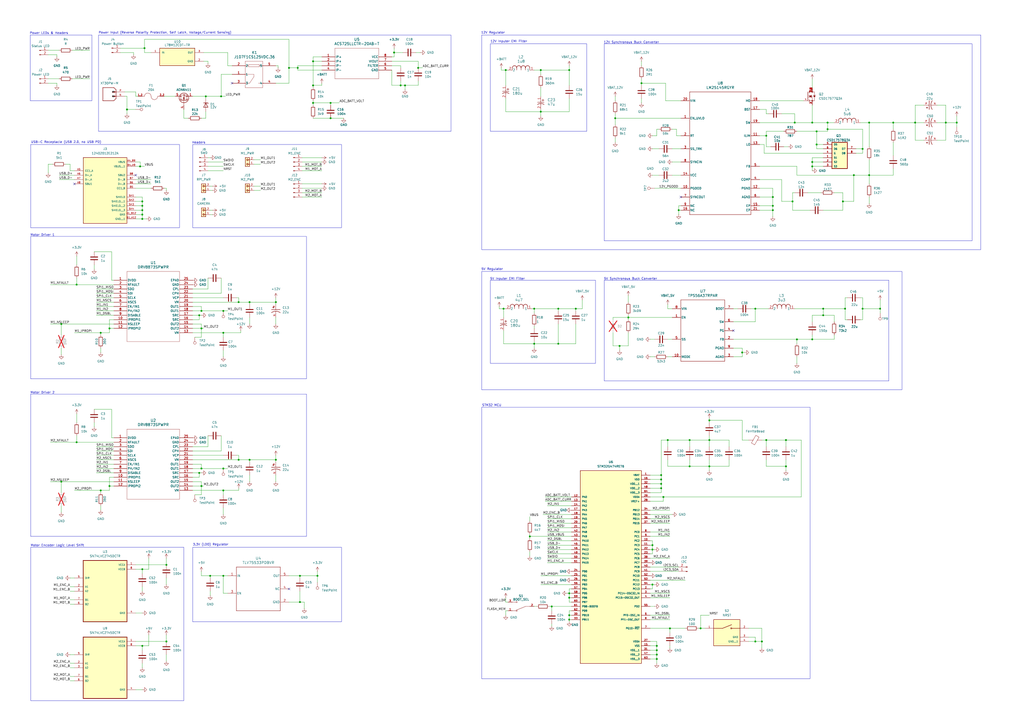
<source format=kicad_sch>
(kicad_sch (version 20250114) (generator "eeschema") (generator_version "9.0")
  (paper "A2")
  (title_block (title "Deployable Control Board") (date "2026-01-06") (rev "1.0") (company "QUT Remote Off-world Autonomous Robotics (R.O.A.R.)"))
  (rectangle (start 17.78 83.82) (end 104.14 132.08))
  (rectangle (start 17.78 137.16) (end 177.8 219.71))
  (rectangle (start 111.76 317.5) (end 198.12 360.68))
  (rectangle (start 279.4 236.22) (end 469.9 393.7))
  (rectangle (start 284.48 162.56) (end 345.44 210.82))
  (rectangle (start 17.526 20.32) (end 53.34 58.42))
  (rectangle (start 17.78 317.5) (end 106.68 406.4))
  (rectangle (start 111.76 83.82) (end 198.12 132.08))
  (rectangle (start 17.78 228.6) (end 177.8 311.15))
  (rectangle (start 279.4 20.32) (end 568.96 144.78))
  (rectangle (start 284.48 25.4) (end 340.36 76.2))
  (rectangle (start 350.52 162.56) (end 515.62 220.98))
  (rectangle (start 279.4 157.48) (end 523.24 226.06))
  (rectangle (start 57.15 20.32) (end 261.62 76.2))
  (rectangle (start 350.52 25.4) (end 563.88 139.7))
  (text "12V Synchronous Buck Converter" (at 366.268 24.638 0) (effects (font (size 1.27 1.27))))
  (text "12V Inputer EMI Filter" (at 295.148 24.13 0) (effects (font (size 1.27 1.27))))
  (text "Headers" (at 115.316 82.804 0) (effects (font (size 1.27 1.27))))
  (text "12V Regulator" (at 286.004 19.05 0) (effects (font (size 1.27 1.27))))
  (text "Motor Driver 2" (at 24.638 227.838 0) (effects (font (size 1.27 1.27))))
  (text "Power LEDs & Headers" (at 28.448 19.304 0) (effects (font (size 1.27 1.27))))
  (text "Power Input (Reverse Polarity Protection, Self Latch, Voltage/Current Sensing)" (at 95.758 19.05 0) (effects (font (size 1.27 1.27))))
  (text "STM32 MCU" (at 285.242 235.204 0) (effects (font (size 1.27 1.27))))
  (text "5V Synchronous Buck Converter" (at 365.76 161.798 0) (effects (font (size 1.27 1.27))))
  (text "3.3V (LDO) Regulator" (at 122.174 315.976 0) (effects (font (size 1.27 1.27))))
  (text "Motor Encoder Logic Level Shift\n" (at 33.274 316.484 0) (effects (font (size 1.27 1.27))))
  (text "5V Regulator" (at 285.496 156.21 0) (effects (font (size 1.27 1.27))))
  (text "5V Inputer EMI Filter" (at 294.386 161.798 0) (effects (font (size 1.27 1.27))))
  (text "Motor Driver 1" (at 24.638 136.398 0) (effects (font (size 1.27 1.27))))
  (text "USB-C Receptacle (USB 2.0, no USB PD)" (at 38.354 82.55 0) (effects (font (size 1.27 1.27))))
  (junction (at 387.35 255.27))
  (junction (at 378.46 318.77))
  (junction (at 181.61 49.53))
  (junction (at 58.42 193.04))
  (junction (at 115.57 182.88))
  (junction (at 116.84 190.5))
  (junction (at 83.82 27.94))
  (junction (at 292.1 179.07))
  (junction (at 44.45 256.54))
  (junction (at 504.19 101.6))
  (junction (at 320.04 351.79))
  (junction (at 356.87 68.58))
  (junction (at 129.54 180.34))
  (junction (at 510.54 179.07))
  (junction (at 504.19 71.12))
  (junction (at 330.2 359.41))
  (junction (at 393.7 121.92))
  (junction (at 388.62 364.49))
  (junction (at 448.31 119.38))
  (junction (at 96.52 372.11))
  (junction (at 82.55 127))
  (junction (at 471.17 196.85))
  (junction (at 372.11 48.26))
  (junction (at 115.57 274.32))
  (junction (at 63.5 190.5))
  (junction (at 242.57 39.37))
  (junction (at 548.64 71.12))
  (junction (at 293.37 40.64))
  (junction (at 138.43 175.26))
  (junction (at 444.5 255.27))
  (junction (at 172.72 39.37))
  (junction (at 121.92 334.01))
  (junction (at 313.69 64.77))
  (junction (at 129.54 193.04))
  (junction (at 378.46 339.09))
  (junction (at 82.55 121.92))
  (junction (at 63.5 281.94))
  (junction (at 44.45 165.1))
  (junction (at 82.55 119.38))
  (junction (at 444.5 78.74))
  (junction (at 473.71 76.2))
  (junction (at 129.54 284.48))
  (junction (at 554.99 71.12))
  (junction (at 480.06 71.12))
  (junction (at 313.69 40.64))
  (junction (at 441.96 372.11))
  (junction (at 384.81 288.29))
  (junction (at 381 382.27))
  (junction (at 480.06 74.93))
  (junction (at 35.56 279.4))
  (junction (at 500.38 86.36))
  (junction (at 400.05 255.27))
  (junction (at 473.71 83.82))
  (junction (at 411.48 255.27))
  (junction (at 330.2 356.87))
  (junction (at 144.78 175.26))
  (junction (at 455.93 270.51))
  (junction (at 119.38 55.88))
  (junction (at 173.99 349.25))
  (junction (at 82.55 116.84))
  (junction (at 181.61 59.69))
  (junction (at 411.48 270.51))
  (junction (at 330.2 40.64))
  (junction (at 138.43 266.7))
  (junction (at 462.28 196.85))
  (junction (at 82.55 124.46))
  (junction (at 383.54 280.67))
  (junction (at 490.22 179.07))
  (junction (at 461.01 71.12))
  (junction (at 228.6 30.48))
  (junction (at 488.95 116.84))
  (junction (at 191.77 59.69))
  (junction (at 191.77 68.58))
  (junction (at 530.86 71.12))
  (junction (at 330.2 346.71))
  (junction (at 96.52 327.66))
  (junction (at 359.41 200.66))
  (junction (at 323.85 199.39))
  (junction (at 234.95 49.53))
  (junction (at 35.56 187.96))
  (junction (at 330.2 344.17))
  (junction (at 459.74 116.84))
  (junction (at 383.54 275.59))
  (junction (at 411.48 243.84))
  (junction (at 160.02 175.26))
  (junction (at 167.64 39.37))
  (junction (at 381 377.19))
  (junction (at 128.27 55.88))
  (junction (at 309.88 179.07))
  (junction (at 116.84 281.94))
  (junction (at 184.15 334.01))
  (junction (at 430.53 204.47))
  (junction (at 58.42 284.48))
  (junction (at 323.85 179.07))
  (junction (at 129.54 271.78))
  (junction (at 378.46 316.23))
  (junction (at 471.17 93.98))
  (junction (at 129.54 334.01))
  (junction (at 309.88 199.39))
  (junction (at 381 374.65))
  (junction (at 116.84 271.78))
  (junction (at 364.49 184.15))
  (junction (at 383.54 278.13))
  (junction (at 334.01 179.07))
  (junction (at 477.52 179.07))
  (junction (at 400.05 270.51))
  (junction (at 383.54 283.21))
  (junction (at 448.31 114.3))
  (junction (at 438.15 179.07))
  (junction (at 144.78 266.7))
  (junction (at 448.31 121.92))
  (junction (at 82.55 330.2))
  (junction (at 73.66 63.5))
  (junction (at 116.84 180.34))
  (junction (at 232.41 49.53))
  (junction (at 500.38 179.07))
  (junction (at 406.4 364.49))
  (junction (at 477.52 182.88))
  (junction (at 471.17 71.12))
  (junction (at 471.17 96.52))
  (junction (at 81.28 96.52))
  (junction (at 518.16 71.12))
  (junction (at 307.34 311.15))
  (junction (at 160.02 266.7))
  (junction (at 173.99 334.01))
  (junction (at 495.3 101.6))
  (junction (at 82.55 374.65))
  (junction (at 438.15 372.11))
  (junction (at 181.61 35.56))
  (junction (at 455.93 255.27))
  (junction (at 381 379.73))
  (no_connect (at 134.62 48.26))
  (no_connect (at 425.45 191.77))
  (no_connect (at 394.97 114.3))
  (no_connect (at 167.64 341.63))
  (no_connect (at 78.74 101.6))
  (no_connect (at 43.18 106.68))
  (wire (pts (xy 448.31 119.38) (xy 448.31 121.92)))
  (wire (pts (xy 128.27 170.18) (xy 128.27 161.29)))
  (wire (pts (xy 78.74 116.84) (xy 82.55 116.84)))
  (wire (pts (xy 116.84 331.47) (xy 116.84 334.01)))
  (wire (pts (xy 55.88 269.24) (xy 66.04 269.24)))
  (wire (pts (xy 441.96 364.49) (xy 441.96 372.11)))
  (wire (pts (xy 455.93 270.51) (xy 455.93 273.05)))
  (wire (pts (xy 434.34 364.49) (xy 441.96 364.49)))
  (wire (pts (xy 377.19 382.27) (xy 381 382.27)))
  (wire (pts (xy 40.64 347.98) (xy 43.18 347.98)))
  (wire (pts (xy 330.2 356.87) (xy 331.47 356.87)))
  (wire (pts (xy 160.02 172.72) (xy 160.02 175.26)))
  (wire (pts (xy 138.43 264.16) (xy 138.43 266.7)))
  (wire (pts (xy 116.84 269.24) (xy 116.84 271.78)))
  (wire (pts (xy 118.11 35.56) (xy 120.65 35.56)))
  (wire (pts (xy 228.6 33.02) (xy 228.6 30.48)))
  (wire (pts (xy 480.06 74.93) (xy 500.38 74.93)))
  (wire (pts (xy 480.06 76.2) (xy 473.71 76.2)))
  (wire (pts (xy 120.65 167.64) (xy 111.76 167.64)))
  (wire (pts (xy 488.95 116.84) (xy 495.3 116.84)))
  (wire (pts (xy 455.93 255.27) (xy 464.82 255.27)))
  (wire (pts (xy 372.11 35.56) (xy 372.11 38.1)))
  (wire (pts (xy 444.5 76.2) (xy 454.66 76.2)))
  (wire (pts (xy 292.1 199.39) (xy 309.88 199.39)))
  (wire (pts (xy 320.04 351.79) (xy 331.47 351.79)))
  (wire (pts (xy 477.52 121.92) (xy 488.95 121.92)))
  (wire (pts (xy 173.99 349.25) (xy 167.64 349.25)))
  (wire (pts (xy 81.28 93.98) (xy 81.28 96.52)))
  (wire (pts (xy 313.69 50.8) (xy 313.69 55.88)))
  (wire (pts (xy 111.76 172.72) (xy 129.54 172.72)))
  (wire (pts (xy 160.02 48.26) (xy 167.64 48.26)))
  (wire (pts (xy 181.61 49.53) (xy 181.61 50.8)))
  (wire (pts (xy 58.42 293.37) (xy 58.42 295.91)))
  (wire (pts (xy 241.3 30.48) (xy 243.84 30.48)))
  (wire (pts (xy 453.39 116.84) (xy 459.74 116.84)))
  (wire (pts (xy 518.16 82.55) (xy 518.16 90.17)))
  (wire (pts (xy 453.39 104.14) (xy 453.39 116.84)))
  (wire (pts (xy 430.53 207.01) (xy 430.53 204.47)))
  (wire (pts (xy 323.85 179.07) (xy 323.85 180.34)))
  (wire (pts (xy 473.71 76.2) (xy 462.28 76.2)))
  (wire (pts (xy 317.5 318.77) (xy 331.47 318.77)))
  (wire (pts (xy 44.45 165.1) (xy 66.04 165.1)))
  (wire (pts (xy 27.94 31.75) (xy 33.02 31.75)))
  (wire (pts (xy 548.64 81.28) (xy 548.64 71.12)))
  (wire (pts (xy 337.82 179.07) (xy 334.01 179.07)))
  (wire (pts (xy 400.05 266.7) (xy 400.05 270.51)))
  (wire (pts (xy 83.82 30.48) (xy 83.82 27.94)))
  (wire (pts (xy 377.19 308.61) (xy 388.62 308.61)))
  (wire (pts (xy 242.57 49.53) (xy 234.95 49.53)))
  (wire (pts (xy 317.5 308.61) (xy 331.47 308.61)))
  (wire (pts (xy 330.2 349.25) (xy 331.47 349.25)))
  (wire (pts (xy 389.89 86.36) (xy 394.97 86.36)))
  (wire (pts (xy 73.66 55.88) (xy 73.66 63.5)))
  (wire (pts (xy 115.57 276.86) (xy 111.76 276.86)))
  (wire (pts (xy 377.19 364.49) (xy 388.62 364.49)))
  (wire (pts (xy 530.86 71.12) (xy 530.86 60.96)))
  (wire (pts (xy 377.19 288.29) (xy 384.81 288.29)))
  (wire (pts (xy 378.46 341.63) (xy 378.46 339.09)))
  (wire (pts (xy 378.46 321.31) (xy 378.46 318.77)))
  (wire (pts (xy 111.76 281.94) (xy 116.84 281.94)))
  (wire (pts (xy 120.65 99.06) (xy 129.54 99.06)))
  (wire (pts (xy 381 379.73) (xy 381 377.19)))
  (wire (pts (xy 383.54 275.59) (xy 383.54 278.13)))
  (wire (pts (xy 160.02 275.59) (xy 160.02 279.4)))
  (wire (pts (xy 44.45 148.59) (xy 44.45 153.67)))
  (wire (pts (xy 377.19 374.65) (xy 381 374.65)))
  (wire (pts (xy 504.19 114.3) (xy 504.19 118.11)))
  (wire (pts (xy 495.3 116.84) (xy 495.3 101.6)))
  (wire (pts (xy 422.91 255.27) (xy 422.91 259.08)))
  (wire (pts (xy 82.55 332.74) (xy 82.55 330.2)))
  (wire (pts (xy 121.92 342.9) (xy 121.92 345.44)))
  (wire (pts (xy 111.76 187.96) (xy 116.84 187.96)))
  (wire (pts (xy 33.02 48.26) (xy 33.02 49.53)))
  (wire (pts (xy 116.84 279.4) (xy 116.84 281.94)))
  (wire (pts (xy 63.5 276.86) (xy 66.04 276.86)))
  (wire (pts (xy 488.95 121.92) (xy 488.95 116.84)))
  (wire (pts (xy 388.62 364.49) (xy 388.62 367.03)))
  (wire (pts (xy 381 372.11) (xy 381 374.65)))
  (wire (pts (xy 383.54 255.27) (xy 387.35 255.27)))
  (wire (pts (xy 232.41 38.1) (xy 232.41 39.37)))
  (wire (pts (xy 232.41 38.1) (xy 227.33 38.1)))
  (wire (pts (xy 144.78 266.7) (xy 144.78 267.97)))
  (wire (pts (xy 364.49 193.04) (xy 364.49 200.66)))
  (wire (pts (xy 234.95 52.07) (xy 234.95 49.53)))
  (wire (pts (xy 78.74 127) (xy 82.55 127)))
  (wire (pts (xy 422.91 266.7) (xy 422.91 270.51)))
  (wire (pts (xy 54.61 245.11) (xy 54.61 247.65)))
  (wire (pts (xy 54.61 237.49) (xy 64.77 237.49)))
  (wire (pts (xy 96.52 383.54) (xy 96.52 379.73)))
  (wire (pts (xy 377.19 298.45) (xy 389.89 298.45)))
  (wire (pts (xy 34.29 45.72) (xy 27.94 45.72)))
  (wire (pts (xy 128.27 43.18) (xy 134.62 43.18)))
  (wire (pts (xy 129.54 334.01) (xy 129.54 344.17)))
  (wire (pts (xy 455.93 255.27) (xy 455.93 259.08)))
  (wire (pts (xy 293.37 64.77) (xy 313.69 64.77)))
  (wire (pts (xy 384.81 290.83) (xy 384.81 288.29)))
  (wire (pts (xy 78.74 53.34) (xy 78.74 55.88)))
  (wire (pts (xy 120.65 35.56) (xy 120.65 36.83)))
  (wire (pts (xy 378.46 318.77) (xy 379.73 318.77)))
  (wire (pts (xy 388.62 346.71) (xy 377.19 346.71)))
  (wire (pts (xy 377.19 341.63) (xy 378.46 341.63)))
  (wire (pts (xy 116.84 180.34) (xy 129.54 180.34)))
  (wire (pts (xy 459.74 121.92) (xy 469.9 121.92)))
  (wire (pts (xy 477.52 93.98) (xy 471.17 93.98)))
  (wire (pts (xy 317.5 306.07) (xy 331.47 306.07)))
  (wire (pts (xy 316.23 290.83) (xy 331.47 290.83)))
  (wire (pts (xy 477.52 179.07) (xy 477.52 182.88)))
  (wire (pts (xy 116.84 190.5) (xy 118.11 190.5)))
  (wire (pts (xy 63.5 281.94) (xy 66.04 281.94)))
  (wire (pts (xy 96.52 110.49) (xy 96.52 109.22)))
  (wire (pts (xy 242.57 35.56) (xy 242.57 39.37)))
  (wire (pts (xy 448.31 121.92) (xy 448.31 125.73)))
  (wire (pts (xy 440.69 114.3) (xy 448.31 114.3)))
  (wire (pts (xy 462.28 101.6) (xy 495.3 101.6)))
  (wire (pts (xy 377.19 318.77) (xy 378.46 318.77)))
  (wire (pts (xy 55.88 180.34) (xy 66.04 180.34)))
  (wire (pts (xy 411.48 270.51) (xy 411.48 273.05)))
  (wire (pts (xy 377.19 303.53) (xy 388.62 303.53)))
  (wire (pts (xy 377.19 275.59) (xy 383.54 275.59)))
  (wire (pts (xy 468.63 111.76) (xy 476.25 111.76)))
  (wire (pts (xy 227.33 35.56) (xy 242.57 35.56)))
  (wire (pts (xy 471.17 96.52) (xy 477.52 96.52)))
  (wire (pts (xy 63.5 276.86) (xy 63.5 281.94)))
  (wire (pts (xy 500.38 179.07) (xy 510.54 179.07)))
  (wire (pts (xy 462.28 207.01) (xy 462.28 210.82)))
  (wire (pts (xy 69.85 27.94) (xy 83.82 27.94)))
  (wire (pts (xy 132.08 180.34) (xy 129.54 180.34)))
  (wire (pts (xy 554.99 73.66) (xy 554.99 71.12)))
  (wire (pts (xy 44.45 165.1) (xy 44.45 161.29)))
  (wire (pts (xy 167.64 22.86) (xy 83.82 22.86)))
  (wire (pts (xy 116.84 195.58) (xy 113.03 195.58)))
  (wire (pts (xy 377.19 280.67) (xy 383.54 280.67)))
  (wire (pts (xy 111.76 55.88) (xy 119.38 55.88)))
  (wire (pts (xy 330.2 344.17) (xy 330.2 346.71)))
  (wire (pts (xy 364.49 184.15) (xy 364.49 185.42)))
  (wire (pts (xy 78.74 55.88) (xy 80.01 55.88)))
  (wire (pts (xy 82.55 127) (xy 85.09 127)))
  (wire (pts (xy 444.5 63.5) (xy 440.69 63.5)))
  (wire (pts (xy 388.62 364.49) (xy 397.51 364.49)))
  (wire (pts (xy 387.35 255.27) (xy 400.05 255.27)))
  (wire (pts (xy 491.49 185.42) (xy 490.22 185.42)))
  (wire (pts (xy 40.64 95.25) (xy 38.1 95.25)))
  (wire (pts (xy 119.38 55.88) (xy 128.27 55.88)))
  (wire (pts (xy 330.2 346.71) (xy 330.2 349.25)))
  (wire (pts (xy 120.65 161.29) (xy 120.65 167.64)))
  (wire (pts (xy 227.33 49.53) (xy 232.41 49.53)))
  (wire (pts (xy 111.76 274.32) (xy 115.57 274.32)))
  (wire (pts (xy 320.04 351.79) (xy 320.04 354.33)))
  (wire (pts (xy 115.57 274.32) (xy 116.84 274.32)))
  (wire (pts (xy 144.78 184.15) (xy 144.78 187.96)))
  (wire (pts (xy 440.69 58.42) (xy 466.09 58.42)))
  (wire (pts (xy 488.95 116.84) (xy 488.95 111.76)))
  (wire (pts (xy 144.78 266.7) (xy 160.02 266.7)))
  (wire (pts (xy 43.18 193.04) (xy 58.42 193.04)))
  (wire (pts (xy 96.52 372.11) (xy 78.74 372.11)))
  (wire (pts (xy 83.82 22.86) (xy 83.82 27.94)))
  (wire (pts (xy 44.45 256.54) (xy 66.04 256.54)))
  (wire (pts (xy 96.52 339.09) (xy 96.52 335.28)))
  (wire (pts (xy 400.05 255.27) (xy 400.05 259.08)))
  (wire (pts (xy 173.99 334.01) (xy 184.15 334.01)))
  (wire (pts (xy 444.5 266.7) (xy 444.5 270.51)))
  (wire (pts (xy 444.5 78.74) (xy 444.5 85.09)))
  (wire (pts (xy 41.91 29.21) (xy 52.07 29.21)))
  (wire (pts (xy 461.01 179.07) (xy 477.52 179.07)))
  (wire (pts (xy 430.53 204.47) (xy 431.8 204.47)))
  (wire (pts (xy 227.33 33.02) (xy 228.6 33.02)))
  (wire (pts (xy 483.87 196.85) (xy 471.17 196.85)))
  (wire (pts (xy 496.57 88.9) (xy 500.38 88.9)))
  (wire (pts (xy 441.96 255.27) (xy 444.5 255.27)))
  (wire (pts (xy 317.5 326.39) (xy 331.47 326.39)))
  (wire (pts (xy 29.21 187.96) (xy 35.56 187.96)))
  (wire (pts (xy 309.88 199.39) (xy 309.88 201.93)))
  (wire (pts (xy 317.5 313.69) (xy 331.47 313.69)))
  (wire (pts (xy 483.87 182.88) (xy 477.52 182.88)))
  (wire (pts (xy 392.43 74.93) (xy 392.43 78.74)))
  (wire (pts (xy 317.5 316.23) (xy 331.47 316.23)))
  (wire (pts (xy 554.99 67.31) (xy 554.99 71.12)))
  (wire (pts (xy 86.36 323.85) (xy 86.36 330.2)))
  (wire (pts (xy 387.35 179.07) (xy 389.89 179.07)))
  (wire (pts (xy 383.54 283.21) (xy 383.54 285.75)))
  (wire (pts (xy 132.08 38.1) (xy 132.08 30.48)))
  (wire (pts (xy 317.5 300.99) (xy 331.47 300.99)))
  (wire (pts (xy 377.19 283.21) (xy 383.54 283.21)))
  (wire (pts (xy 425.45 201.93) (xy 430.53 201.93)))
  (wire (pts (xy 313.69 339.09) (xy 331.47 339.09)))
  (wire (pts (xy 35.56 293.37) (xy 35.56 297.18)))
  (wire (pts (xy 504.19 71.12) (xy 504.19 85.09)))
  (wire (pts (xy 377.19 207.01) (xy 379.73 207.01)))
  (wire (pts (xy 82.55 355.6) (xy 78.74 355.6)))
  (wire (pts (xy 147.32 95.25) (xy 151.13 95.25)))
  (wire (pts (xy 120.65 93.98) (xy 129.54 93.98)))
  (wire (pts (xy 473.71 86.36) (xy 473.71 83.82)))
  (wire (pts (xy 307.34 309.88) (xy 307.34 311.15)))
  (wire (pts (xy 530.86 71.12) (xy 530.86 81.28)))
  (wire (pts (xy 82.55 377.19) (xy 82.55 374.65)))
  (wire (pts (xy 411.48 270.51) (xy 422.91 270.51)))
  (wire (pts (xy 119.38 64.77) (xy 119.38 68.58)))
  (wire (pts (xy 330.2 359.41) (xy 330.2 360.68)))
  (wire (pts (xy 175.26 91.44) (xy 186.69 91.44)))
  (wire (pts (xy 115.57 182.88) (xy 115.57 185.42)))
  (wire (pts (xy 86.36 374.65) (xy 82.55 374.65)))
  (wire (pts (xy 393.7 119.38) (xy 393.7 121.92)))
  (wire (pts (xy 440.69 83.82) (xy 443.23 83.82)))
  (wire (pts (xy 119.38 55.88) (xy 119.38 57.15)))
  (wire (pts (xy 29.21 165.1) (xy 44.45 165.1)))
  (wire (pts (xy 82.55 121.92) (xy 82.55 119.38)))
  (wire (pts (xy 444.5 255.27) (xy 444.5 259.08)))
  (wire (pts (xy 377.19 196.85) (xy 379.73 196.85)))
  (wire (pts (xy 383.54 280.67) (xy 383.54 283.21)))
  (wire (pts (xy 441.96 372.11) (xy 441.96 375.92)))
  (wire (pts (xy 35.56 187.96) (xy 66.04 187.96)))
  (wire (pts (xy 111.76 177.8) (xy 116.84 177.8)))
  (wire (pts (xy 377.19 328.93) (xy 393.7 328.93)))
  (wire (pts (xy 383.54 278.13) (xy 383.54 280.67)))
  (wire (pts (xy 330.2 344.17) (xy 328.93 344.17)))
  (wire (pts (xy 330.2 49.53) (xy 330.2 40.64)))
  (wire (pts (xy 471.17 71.12) (xy 480.06 71.12)))
  (wire (pts (xy 55.88 170.18) (xy 66.04 170.18)))
  (wire (pts (xy 290.83 39.37) (xy 290.83 40.64)))
  (wire (pts (xy 356.87 68.58) (xy 394.97 68.58)))
  (wire (pts (xy 181.61 35.56) (xy 181.61 49.53)))
  (wire (pts (xy 78.74 93.98) (xy 81.28 93.98)))
  (wire (pts (xy 317.5 321.31) (xy 331.47 321.31)))
  (wire (pts (xy 330.2 356.87) (xy 330.2 359.41)))
  (wire (pts (xy 330.2 359.41) (xy 331.47 359.41)))
  (wire (pts (xy 543.56 81.28) (xy 548.64 81.28)))
  (wire (pts (xy 232.41 46.99) (xy 232.41 49.53)))
  (wire (pts (xy 228.6 30.48) (xy 233.68 30.48)))
  (wire (pts (xy 160.02 175.26) (xy 160.02 176.53)))
  (wire (pts (xy 471.17 182.88) (xy 477.52 182.88)))
  (wire (pts (xy 139.7 193.04) (xy 129.54 193.04)))
  (wire (pts (xy 34.29 104.14) (xy 43.18 104.14)))
  (wire (pts (xy 471.17 45.72) (xy 471.17 50.8)))
  (wire (pts (xy 27.94 95.25) (xy 30.48 95.25)))
  (wire (pts (xy 378.46 339.09) (xy 379.73 339.09)))
  (wire (pts (xy 411.48 255.27) (xy 422.91 255.27)))
  (wire (pts (xy 167.64 334.01) (xy 173.99 334.01)))
  (wire (pts (xy 308.61 179.07) (xy 309.88 179.07)))
  (wire (pts (xy 377.19 377.19) (xy 381 377.19)))
  (wire (pts (xy 82.55 116.84) (xy 82.55 114.3)))
  (wire (pts (xy 356.87 55.88) (xy 356.87 58.42)))
  (wire (pts (xy 175.26 106.68) (xy 186.69 106.68)))
  (wire (pts (xy 323.85 199.39) (xy 309.88 199.39)))
  (wire (pts (xy 293.37 49.53) (xy 293.37 40.64)))
  (wire (pts (xy 443.23 83.82) (xy 443.23 88.9)))
  (wire (pts (xy 111.76 182.88) (xy 115.57 182.88)))
  (wire (pts (xy 29.21 256.54) (xy 44.45 256.54)))
  (wire (pts (xy 120.65 252.73) (xy 120.65 259.08)))
  (wire (pts (xy 191.77 59.69) (xy 191.77 60.96)))
  (wire (pts (xy 388.62 356.87) (xy 377.19 356.87)))
  (wire (pts (xy 471.17 186.69) (xy 471.17 182.88)))
  (wire (pts (xy 359.41 200.66) (xy 359.41 203.2)))
  (wire (pts (xy 383.54 285.75) (xy 377.19 285.75)))
  (wire (pts (xy 440.69 71.12) (xy 461.01 71.12)))
  (wire (pts (xy 184.15 334.01) (xy 184.15 337.82)))
  (wire (pts (xy 121.92 334.01) (xy 129.54 334.01)))
  (wire (pts (xy 377.19 379.73) (xy 381 379.73)))
  (wire (pts (xy 138.43 284.48) (xy 129.54 284.48)))
  (wire (pts (xy 464.82 255.27) (xy 464.82 288.29)))
  (wire (pts (xy 289.56 177.8) (xy 289.56 179.07)))
  (wire (pts (xy 78.74 106.68) (xy 87.63 106.68)))
  (wire (pts (xy 411.48 266.7) (xy 411.48 270.51)))
  (wire (pts (xy 111.76 175.26) (xy 138.43 175.26)))
  (wire (pts (xy 121.92 107.95) (xy 123.19 107.95)))
  (wire (pts (xy 134.62 38.1) (xy 132.08 38.1)))
  (wire (pts (xy 500.38 88.9) (xy 500.38 86.36)))
  (wire (pts (xy 364.49 200.66) (xy 359.41 200.66)))
  (wire (pts (xy 387.35 207.01) (xy 389.89 207.01)))
  (wire (pts (xy 543.56 60.96) (xy 548.64 60.96)))
  (wire (pts (xy 82.55 124.46) (xy 82.55 121.92)))
  (wire (pts (xy 27.94 100.33) (xy 27.94 95.25)))
  (wire (pts (xy 307.34 320.04) (xy 307.34 322.58)))
  (wire (pts (xy 186.69 49.53) (xy 186.69 48.26)))
  (wire (pts (xy 33.02 31.75) (xy 33.02 33.02)))
  (wire (pts (xy 116.84 281.94) (xy 116.84 287.02)))
  (wire (pts (xy 191.77 59.69) (xy 196.85 59.69)))
  (wire (pts (xy 55.88 172.72) (xy 66.04 172.72)))
  (wire (pts (xy 330.2 38.1) (xy 330.2 40.64)))
  (wire (pts (xy 128.27 55.88) (xy 128.27 43.18)))
  (wire (pts (xy 309.88 40.64) (xy 313.69 40.64)))
  (wire (pts (xy 55.88 259.08) (xy 66.04 259.08)))
  (wire (pts (xy 394.97 119.38) (xy 393.7 119.38)))
  (wire (pts (xy 78.74 124.46) (xy 82.55 124.46)))
  (wire (pts (xy 504.19 101.6) (xy 504.19 106.68)))
  (wire (pts (xy 530.86 71.12) (xy 535.94 71.12)))
  (wire (pts (xy 379.73 109.22) (xy 394.97 109.22)))
  (wire (pts (xy 459.74 116.84) (xy 459.74 121.92)))
  (wire (pts (xy 483.87 182.88) (xy 483.87 186.69)))
  (wire (pts (xy 81.28 96.52) (xy 78.74 96.52)))
  (wire (pts (xy 293.37 354.33) (xy 294.64 354.33)))
  (wire (pts (xy 394.97 58.42) (xy 386.08 58.42)))
  (wire (pts (xy 116.84 190.5) (xy 116.84 195.58)))
  (wire (pts (xy 490.22 179.07) (xy 490.22 185.42)))
  (wire (pts (xy 471.17 96.52) (xy 471.17 99.06)))
  (wire (pts (xy 83.82 30.48) (xy 87.63 30.48)))
  (wire (pts (xy 440.69 119.38) (xy 448.31 119.38)))
  (wire (pts (xy 55.88 266.7) (xy 66.04 266.7)))
  (wire (pts (xy 378.46 313.69) (xy 378.46 316.23)))
  (wire (pts (xy 462.28 196.85) (xy 462.28 199.39)))
  (wire (pts (xy 464.82 288.29) (xy 384.81 288.29)))
  (wire (pts (xy 377.19 311.15) (xy 388.62 311.15)))
  (wire (pts (xy 176.53 353.06) (xy 176.53 349.25)))
  (wire (pts (xy 518.16 97.79) (xy 518.16 101.6)))
  (wire (pts (xy 381 382.27) (xy 381 384.81)))
  (wire (pts (xy 290.83 40.64) (xy 293.37 40.64)))
  (wire (pts (xy 483.87 196.85) (xy 483.87 194.31)))
  (wire (pts (xy 44.45 256.54) (xy 44.45 252.73)))
  (wire (pts (xy 377.19 336.55) (xy 397.51 336.55)))
  (wire (pts (xy 364.49 171.45) (xy 364.49 175.26)))
  (wire (pts (xy 147.32 92.71) (xy 151.13 92.71)))
  (wire (pts (xy 29.21 279.4) (xy 35.56 279.4)))
  (wire (pts (xy 317.5 303.53) (xy 331.47 303.53)))
  (wire (pts (xy 175.26 111.76) (xy 186.69 111.76)))
  (wire (pts (xy 313.69 334.01) (xy 331.47 334.01)))
  (wire (pts (xy 40.64 335.28) (xy 43.18 335.28)))
  (wire (pts (xy 40.64 342.9) (xy 43.18 342.9)))
  (wire (pts (xy 500.38 185.42) (xy 499.11 185.42)))
  (wire (pts (xy 116.84 271.78) (xy 129.54 271.78)))
  (wire (pts (xy 175.26 96.52) (xy 186.69 96.52)))
  (wire (pts (xy 364.49 184.15) (xy 389.89 184.15)))
  (wire (pts (xy 129.54 284.48) (xy 129.54 287.02)))
  (wire (pts (xy 355.6 184.15) (xy 364.49 184.15)))
  (wire (pts (xy 377.19 321.31) (xy 378.46 321.31)))
  (wire (pts (xy 242.57 39.37) (xy 245.11 39.37)))
  (wire (pts (xy 167.64 22.86) (xy 167.64 39.37)))
  (wire (pts (xy 483.87 111.76) (xy 488.95 111.76)))
  (wire (pts (xy 95.25 55.88) (xy 101.6 55.88)))
  (wire (pts (xy 381 74.93) (xy 382.27 74.93)))
  (wire (pts (xy 293.37 349.25) (xy 294.64 349.25)))
  (wire (pts (xy 54.61 146.05) (xy 64.77 146.05)))
  (wire (pts (xy 44.45 240.03) (xy 44.45 245.11)))
  (wire (pts (xy 440.69 78.74) (xy 444.5 78.74)))
  (wire (pts (xy 292.1 184.15) (xy 292.1 179.07)))
  (wire (pts (xy 293.37 40.64) (xy 294.64 40.64)))
  (wire (pts (xy 430.53 255.27) (xy 434.34 255.27)))
  (wire (pts (xy 411.48 252.73) (xy 411.48 255.27)))
  (wire (pts (xy 430.53 201.93) (xy 430.53 204.47)))
  (wire (pts (xy 313.69 64.77) (xy 330.2 64.77)))
  (wire (pts (xy 111.76 279.4) (xy 116.84 279.4)))
  (wire (pts (xy 440.69 109.22) (xy 448.31 109.22)))
  (wire (pts (xy 132.08 271.78) (xy 129.54 271.78)))
  (wire (pts (xy 129.54 193.04) (xy 129.54 195.58)))
  (wire (pts (xy 160.02 264.16) (xy 160.02 266.7)))
  (wire (pts (xy 389.89 74.93) (xy 392.43 74.93)))
  (wire (pts (xy 438.15 179.07) (xy 435.61 179.07)))
  (wire (pts (xy 293.37 354.33) (xy 293.37 356.87)))
  (wire (pts (xy 394.97 101.6) (xy 389.89 101.6)))
  (wire (pts (xy 111.76 264.16) (xy 129.54 264.16)))
  (wire (pts (xy 40.64 392.43) (xy 43.18 392.43)))
  (wire (pts (xy 377.19 300.99) (xy 388.62 300.99)))
  (wire (pts (xy 35.56 279.4) (xy 66.04 279.4)))
  (wire (pts (xy 453.39 66.04) (xy 461.01 66.04)))
  (wire (pts (xy 43.18 284.48) (xy 58.42 284.48)))
  (wire (pts (xy 96.52 109.22) (xy 95.25 109.22)))
  (wire (pts (xy 317.5 323.85) (xy 331.47 323.85)))
  (wire (pts (xy 462.28 101.6) (xy 462.28 96.52)))
  (wire (pts (xy 111.76 193.04) (xy 129.54 193.04)))
  (wire (pts (xy 137.16 264.16) (xy 138.43 264.16)))
  (wire (pts (xy 132.08 334.01) (xy 129.54 334.01)))
  (wire (pts (xy 55.88 175.26) (xy 66.04 175.26)))
  (wire (pts (xy 58.42 284.48) (xy 63.5 284.48)))
  (wire (pts (xy 477.52 179.07) (xy 490.22 179.07)))
  (wire (pts (xy 411.48 255.27) (xy 411.48 259.08)))
  (wire (pts (xy 309.88 351.79) (xy 311.15 351.79)))
  (wire (pts (xy 172.72 40.64) (xy 172.72 39.37)))
  (wire (pts (xy 40.64 95.25) (xy 40.64 99.06)))
  (wire (pts (xy 359.41 200.66) (xy 355.6 200.66)))
  (wire (pts (xy 160.02 266.7) (xy 160.02 267.97)))
  (wire (pts (xy 139.7 191.77) (xy 139.7 193.04)))
  (wire (pts (xy 473.71 76.2) (xy 473.71 83.82)))
  (wire (pts (xy 377.19 313.69) (xy 378.46 313.69)))
  (wire (pts (xy 128.27 261.62) (xy 128.27 252.73)))
  (wire (pts (xy 82.55 340.36) (xy 82.55 342.9)))
  (wire (pts (xy 381 377.19) (xy 381 374.65)))
  (wire (pts (xy 63.5 284.48) (xy 63.5 281.94)))
  (wire (pts (xy 425.45 196.85) (xy 462.28 196.85)))
  (wire (pts (xy 292.1 179.07) (xy 293.37 179.07)))
  (wire (pts (xy 334.01 187.96) (xy 334.01 199.39)))
  (wire (pts (xy 480.06 71.12) (xy 483.87 71.12)))
  (wire (pts (xy 405.13 364.49) (xy 406.4 364.49)))
  (wire (pts (xy 323.85 199.39) (xy 334.01 199.39)))
  (wire (pts (xy 500.38 179.07) (xy 500.38 185.42)))
  (wire (pts (xy 116.84 177.8) (xy 116.84 180.34)))
  (wire (pts (xy 138.43 175.26) (xy 144.78 175.26)))
  (wire (pts (xy 500.38 74.93) (xy 500.38 86.36)))
  (wire (pts (xy 138.43 266.7) (xy 144.78 266.7)))
  (wire (pts (xy 137.16 172.72) (xy 138.43 172.72)))
  (wire (pts (xy 309.88 189.23) (xy 309.88 190.5)))
  (wire (pts (xy 55.88 177.8) (xy 66.04 177.8)))
  (wire (pts (xy 330.2 346.71) (xy 331.47 346.71)))
  (wire (pts (xy 40.64 99.06) (xy 43.18 99.06)))
  (wire (pts (xy 386.08 48.26) (xy 372.11 48.26)))
  (wire (pts (xy 129.54 294.64) (xy 129.54 298.45)))
  (wire (pts (xy 35.56 201.93) (xy 35.56 205.74)))
  (wire (pts (xy 181.61 68.58) (xy 191.77 68.58)))
  (wire (pts (xy 387.35 259.08) (xy 387.35 255.27)))
  (wire (pts (xy 309.88 199.39) (xy 309.88 198.12)))
  (wire (pts (xy 411.48 243.84) (xy 430.53 243.84)))
  (wire (pts (xy 518.16 71.12) (xy 518.16 74.93)))
  (wire (pts (xy 160.02 184.15) (xy 160.02 187.96)))
  (wire (pts (xy 317.5 293.37) (xy 331.47 293.37)))
  (wire (pts (xy 388.62 344.17) (xy 377.19 344.17)))
  (wire (pts (xy 440.69 104.14) (xy 453.39 104.14)))
  (wire (pts (xy 381 382.27) (xy 381 379.73)))
  (wire (pts (xy 500.38 172.72) (xy 500.38 179.07)))
  (wire (pts (xy 121.92 110.49) (xy 123.19 110.49)))
  (wire (pts (xy 34.29 29.21) (xy 27.94 29.21)))
  (wire (pts (xy 82.55 119.38) (xy 82.55 116.84)))
  (wire (pts (xy 386.08 58.42) (xy 386.08 48.26)))
  (wire (pts (xy 118.11 30.48) (xy 132.08 30.48)))
  (wire (pts (xy 455.93 270.51) (xy 455.93 266.7)))
  (wire (pts (xy 86.36 330.2) (xy 82.55 330.2)))
  (wire (pts (xy 293.37 57.15) (xy 293.37 64.77)))
  (wire (pts (xy 307.34 299.72) (xy 307.34 302.26)))
  (wire (pts (xy 40.64 384.81) (xy 43.18 384.81)))
  (wire (pts (xy 121.92 121.92) (xy 123.19 121.92)))
  (wire (pts (xy 381 74.93) (xy 381 78.74)))
  (wire (pts (xy 504.19 101.6) (xy 495.3 101.6)))
  (wire (pts (xy 378.46 101.6) (xy 382.27 101.6)))
  (wire (pts (xy 173.99 342.9) (xy 173.99 349.25)))
  (wire (pts (xy 473.71 83.82) (xy 477.52 83.82)))
  (wire (pts (xy 313.69 64.77) (xy 313.69 67.31)))
  (wire (pts (xy 78.74 104.14) (xy 87.63 104.14)))
  (wire (pts (xy 111.76 170.18) (xy 128.27 170.18)))
  (wire (pts (xy 462.28 196.85) (xy 471.17 196.85)))
  (wire (pts (xy 116.84 287.02) (xy 113.03 287.02)))
  (wire (pts (xy 377.19 339.09) (xy 378.46 339.09)))
  (wire (pts (xy 430.53 243.84) (xy 430.53 255.27)))
  (wire (pts (xy 181.61 59.69) (xy 181.61 60.96)))
  (wire (pts (xy 425.45 186.69) (xy 438.15 186.69)))
  (wire (pts (xy 388.62 374.65) (xy 388.62 375.92)))
  (wire (pts (xy 172.72 39.37) (xy 167.64 39.37)))
  (wire (pts (xy 119.38 68.58) (xy 116.84 68.58)))
  (wire (pts (xy 438.15 179.07) (xy 445.77 179.07)))
  (wire (pts (xy 72.39 55.88) (xy 73.66 55.88)))
  (wire (pts (xy 530.86 60.96) (xy 535.94 60.96)))
  (wire (pts (xy 144.78 275.59) (xy 144.78 279.4)))
  (wire (pts (xy 63.5 190.5) (xy 66.04 190.5)))
  (wire (pts (xy 457.2 85.09) (xy 454.66 85.09)))
  (wire (pts (xy 377.19 331.47) (xy 393.7 331.47)))
  (wire (pts (xy 128.27 55.88) (xy 130.81 55.88)))
  (wire (pts (xy 121.92 334.01) (xy 121.92 335.28)))
  (wire (pts (xy 138.43 172.72) (xy 138.43 175.26)))
  (wire (pts (xy 191.77 68.58) (xy 199.39 68.58)))
  (wire (pts (xy 184.15 331.47) (xy 184.15 334.01)))
  (wire (pts (xy 440.69 121.92) (xy 448.31 121.92)))
  (wire (pts (xy 63.5 190.5) (xy 63.5 185.42)))
  (wire (pts (xy 82.55 374.65) (xy 78.74 374.65)))
  (wire (pts (xy 129.54 344.17) (xy 132.08 344.17)))
  (wire (pts (xy 313.69 40.64) (xy 313.69 43.18)))
  (wire (pts (xy 330.2 344.17) (xy 331.47 344.17)))
  (wire (pts (xy 406.4 356.87) (xy 411.48 356.87)))
  (wire (pts (xy 459.74 111.76) (xy 461.01 111.76)))
  (wire (pts (xy 78.74 121.92) (xy 82.55 121.92)))
  (wire (pts (xy 111.76 284.48) (xy 129.54 284.48)))
  (wire (pts (xy 35.56 279.4) (xy 35.56 285.75)))
  (wire (pts (xy 242.57 46.99) (xy 242.57 49.53)))
  (wire (pts (xy 175.26 93.98) (xy 186.69 93.98)))
  (wire (pts (xy 78.74 114.3) (xy 82.55 114.3)))
  (wire (pts (xy 444.5 255.27) (xy 455.93 255.27)))
  (wire (pts (xy 364.49 182.88) (xy 364.49 184.15)))
  (wire (pts (xy 64.77 162.56) (xy 66.04 162.56)))
  (wire (pts (xy 389.89 93.98) (xy 394.97 93.98)))
  (wire (pts (xy 471.17 91.44) (xy 471.17 93.98)))
  (wire (pts (xy 55.88 271.78) (xy 66.04 271.78)))
  (wire (pts (xy 334.01 179.07) (xy 323.85 179.07)))
  (wire (pts (xy 313.69 64.77) (xy 313.69 63.5)))
  (wire (pts (xy 63.5 185.42) (xy 66.04 185.42)))
  (wire (pts (xy 144.78 175.26) (xy 160.02 175.26)))
  (wire (pts (xy 78.74 63.5) (xy 73.66 63.5)))
  (wire (pts (xy 307.34 311.15) (xy 307.34 312.42)))
  (wire (pts (xy 58.42 193.04) (xy 58.42 194.31)))
  (wire (pts (xy 173.99 334.01) (xy 173.99 335.28)))
  (wire (pts (xy 55.88 264.16) (xy 66.04 264.16)))
  (wire (pts (xy 314.96 298.45) (xy 331.47 298.45)))
  (wire (pts (xy 82.55 124.46) (xy 82.55 127)))
  (wire (pts (xy 82.55 384.81) (xy 82.55 387.35)))
  (wire (pts (xy 72.39 53.34) (xy 78.74 53.34)))
  (wire (pts (xy 377.19 278.13) (xy 383.54 278.13)))
  (wire (pts (xy 392.43 78.74) (xy 394.97 78.74)))
  (wire (pts (xy 116.84 334.01) (xy 121.92 334.01)))
  (wire (pts (xy 55.88 274.32) (xy 66.04 274.32)))
  (wire (pts (xy 400.05 255.27) (xy 411.48 255.27)))
  (wire (pts (xy 175.26 99.06) (xy 186.69 99.06)))
  (wire (pts (xy 444.5 270.51) (xy 455.93 270.51)))
  (wire (pts (xy 496.57 86.36) (xy 500.38 86.36)))
  (wire (pts (xy 106.68 68.58) (xy 106.68 63.5)))
  (wire (pts (xy 372.11 48.26) (xy 372.11 49.53)))
  (wire (pts (xy 292.1 191.77) (xy 292.1 199.39)))
  (wire (pts (xy 477.52 91.44) (xy 471.17 91.44)))
  (wire (pts (xy 81.28 96.52) (xy 83.82 96.52)))
  (wire (pts (xy 316.23 288.29) (xy 331.47 288.29)))
  (wire (pts (xy 161.29 39.37) (xy 161.29 38.1)))
  (wire (pts (xy 186.69 40.64) (xy 172.72 40.64)))
  (wire (pts (xy 64.77 146.05) (xy 64.77 162.56)))
  (wire (pts (xy 82.55 400.05) (xy 78.74 400.05)))
  (wire (pts (xy 96.52 323.85) (xy 96.52 327.66)))
  (wire (pts (xy 120.65 96.52) (xy 129.54 96.52)))
  (wire (pts (xy 69.85 30.48) (xy 77.47 30.48)))
  (wire (pts (xy 289.56 179.07) (xy 292.1 179.07)))
  (wire (pts (xy 234.95 49.53) (xy 232.41 49.53)))
  (wire (pts (xy 40.64 350.52) (xy 43.18 350.52)))
  (wire (pts (xy 96.52 327.66) (xy 78.74 327.66)))
  (wire (pts (xy 111.76 190.5) (xy 116.84 190.5)))
  (wire (pts (xy 27.94 48.26) (xy 33.02 48.26)))
  (wire (pts (xy 320.04 361.95) (xy 320.04 363.22)))
  (wire (pts (xy 318.77 351.79) (xy 320.04 351.79)))
  (wire (pts (xy 471.17 60.96) (xy 471.17 71.12)))
  (wire (pts (xy 443.23 88.9) (xy 477.52 88.9)))
  (wire (pts (xy 548.64 60.96) (xy 548.64 71.12)))
  (wire (pts (xy 383.54 275.59) (xy 383.54 255.27)))
  (wire (pts (xy 186.69 35.56) (xy 181.61 35.56)))
  (wire (pts (xy 444.5 66.04) (xy 444.5 63.5)))
  (wire (pts (xy 116.84 187.96) (xy 116.84 190.5)))
  (wire (pts (xy 444.5 76.2) (xy 444.5 78.74)))
  (wire (pts (xy 504.19 71.12) (xy 518.16 71.12)))
  (wire (pts (xy 377.19 295.91) (xy 388.62 295.91)))
  (wire (pts (xy 510.54 173.99) (xy 510.54 179.07)))
  (wire (pts (xy 387.35 196.85) (xy 389.89 196.85)))
  (wire (pts (xy 35.56 187.96) (xy 35.56 194.31)))
  (wire (pts (xy 459.74 116.84) (xy 459.74 111.76)))
  (wire (pts (xy 356.87 68.58) (xy 356.87 72.39)))
  (wire (pts (xy 111.76 261.62) (xy 128.27 261.62)))
  (wire (pts (xy 461.01 71.12) (xy 471.17 71.12)))
  (wire (pts (xy 378.46 86.36) (xy 382.27 86.36)))
  (wire (pts (xy 377.19 323.85) (xy 388.62 323.85)))
  (wire (pts (xy 181.61 35.56) (xy 181.61 33.02)))
  (wire (pts (xy 116.84 281.94) (xy 118.11 281.94)))
  (wire (pts (xy 96.52 368.3) (xy 96.52 372.11)))
  (wire (pts (xy 425.45 179.07) (xy 427.99 179.07)))
  (wire (pts (xy 181.61 33.02) (xy 186.69 33.02)))
  (wire (pts (xy 387.35 176.53) (xy 387.35 179.07)))
  (wire (pts (xy 400.05 270.51) (xy 411.48 270.51)))
  (wire (pts (xy 406.4 364.49) (xy 408.94 364.49)))
  (wire (pts (xy 471.17 194.31) (xy 471.17 196.85)))
  (wire (pts (xy 490.22 172.72) (xy 491.49 172.72)))
  (wire (pts (xy 144.78 175.26) (xy 144.78 176.53)))
  (wire (pts (xy 330.2 354.33) (xy 330.2 356.87)))
  (wire (pts (xy 55.88 167.64) (xy 66.04 167.64)))
  (wire (pts (xy 78.74 119.38) (xy 82.55 119.38)))
  (wire (pts (xy 160.02 38.1) (xy 161.29 38.1)))
  (wire (pts (xy 54.61 153.67) (xy 54.61 156.21)))
  (wire (pts (xy 228.6 27.94) (xy 228.6 30.48)))
  (wire (pts (xy 77.47 30.48) (xy 77.47 31.75)))
  (wire (pts (xy 309.88 179.07) (xy 309.88 181.61)))
  (wire (pts (xy 490.22 179.07) (xy 490.22 172.72)))
  (wire (pts (xy 444.5 66.04) (xy 445.77 66.04)))
  (wire (pts (xy 477.52 86.36) (xy 473.71 86.36)))
  (wire (pts (xy 355.6 193.04) (xy 355.6 200.66)))
  (wire (pts (xy 499.11 71.12) (xy 504.19 71.12)))
  (wire (pts (xy 377.19 290.83) (xy 384.81 290.83)))
  (wire (pts (xy 377.19 359.41) (xy 388.62 359.41)))
  (wire (pts (xy 106.68 68.58) (xy 109.22 68.58)))
  (wire (pts (xy 406.4 364.49) (xy 406.4 356.87)))
  (wire (pts (xy 331.47 354.33) (xy 330.2 354.33)))
  (wire (pts (xy 63.5 193.04) (xy 63.5 190.5)))
  (wire (pts (xy 438.15 369.57) (xy 438.15 372.11)))
  (wire (pts (xy 64.77 237.49) (xy 64.77 254)))
  (wire (pts (xy 121.92 124.46) (xy 123.19 124.46)))
  (wire (pts (xy 377.19 351.79) (xy 379.73 351.79)))
  (wire (pts (xy 447.04 85.09) (xy 444.5 85.09)))
  (wire (pts (xy 334.01 180.34) (xy 334.01 179.07)))
  (wire (pts (xy 181.61 49.53) (xy 186.69 49.53)))
  (wire (pts (xy 480.06 74.93) (xy 480.06 76.2)))
  (wire (pts (xy 175.26 114.3) (xy 186.69 114.3)))
  (wire (pts (xy 372.11 45.72) (xy 372.11 48.26)))
  (wire (pts (xy 40.64 340.36) (xy 43.18 340.36)))
  (wire (pts (xy 147.32 107.95) (xy 151.13 107.95)))
  (wire (pts (xy 115.57 274.32) (xy 115.57 276.86)))
  (wire (pts (xy 425.45 207.01) (xy 430.53 207.01)))
  (wire (pts (xy 438.15 372.11) (xy 441.96 372.11)))
  (wire (pts (xy 387.35 266.7) (xy 387.35 270.51)))
  (wire (pts (xy 172.72 38.1) (xy 172.72 39.37)))
  (wire (pts (xy 393.7 124.46) (xy 393.7 121.92)))
  (wire (pts (xy 356.87 66.04) (xy 356.87 68.58)))
  (wire (pts (xy 307.34 311.15) (xy 331.47 311.15)))
  (wire (pts (xy 293.37 346.71) (xy 293.37 349.25)))
  (wire (pts (xy 115.57 185.42) (xy 111.76 185.42)))
  (wire (pts (xy 393.7 121.92) (xy 394.97 121.92)))
  (wire (pts (xy 111.76 269.24) (xy 116.84 269.24)))
  (wire (pts (xy 175.26 109.22) (xy 186.69 109.22)))
  (wire (pts (xy 387.35 270.51) (xy 400.05 270.51)))
  (wire (pts (xy 471.17 93.98) (xy 471.17 96.52)))
  (wire (pts (xy 355.6 185.42) (xy 355.6 184.15)))
  (wire (pts (xy 548.64 71.12) (xy 554.99 71.12)))
  (wire (pts (xy 461.01 66.04) (xy 461.01 71.12)))
  (wire (pts (xy 116.84 182.88) (xy 115.57 182.88)))
  (wire (pts (xy 500.38 172.72) (xy 499.11 172.72)))
  (wire (pts (xy 40.64 379.73) (xy 43.18 379.73)))
  (wire (pts (xy 378.46 316.23) (xy 378.46 318.77)))
  (wire (pts (xy 58.42 201.93) (xy 58.42 204.47)))
  (wire (pts (xy 462.28 96.52) (xy 440.69 96.52)))
  (wire (pts (xy 480.06 71.12) (xy 480.06 74.93)))
  (wire (pts (xy 181.61 59.69) (xy 191.77 59.69)))
  (wire (pts (xy 323.85 187.96) (xy 323.85 199.39)))
  (wire (pts (xy 323.85 179.07) (xy 309.88 179.07)))
  (wire (pts (xy 111.76 271.78) (xy 116.84 271.78)))
  (wire (pts (xy 58.42 193.04) (xy 63.5 193.04)))
  (wire (pts (xy 377.19 316.23) (xy 378.46 316.23)))
  (wire (pts (xy 129.54 203.2) (xy 129.54 207.01)))
  (wire (pts (xy 543.56 71.12) (xy 548.64 71.12)))
  (wire (pts (xy 372.11 57.15) (xy 372.11 59.69)))
  (wire (pts (xy 86.36 368.3) (xy 86.36 374.65)))
  (wire (pts (xy 138.43 283.21) (xy 138.43 284.48)))
  (wire (pts (xy 73.66 63.5) (xy 73.66 66.04)))
  (wire (pts (xy 330.2 64.77) (xy 330.2 57.15)))
  (wire (pts (xy 111.76 266.7) (xy 138.43 266.7)))
  (wire (pts (xy 518.16 71.12) (xy 530.86 71.12)))
  (wire (pts (xy 121.92 91.44) (xy 120.65 91.44)))
  (wire (pts (xy 434.34 369.57) (xy 438.15 369.57)))
  (wire (pts (xy 78.74 109.22) (xy 87.63 109.22)))
  (wire (pts (xy 330.2 341.63) (xy 330.2 344.17)))
  (wire (pts (xy 227.33 40.64) (xy 227.33 49.53)))
  (wire (pts (xy 55.88 261.62) (xy 66.04 261.62)))
  (wire (pts (xy 448.31 114.3) (xy 448.31 119.38)))
  (wire (pts (xy 181.61 58.42) (xy 181.61 59.69)))
  (wire (pts (xy 58.42 284.48) (xy 58.42 285.75)))
  (wire (pts (xy 176.53 349.25) (xy 173.99 349.25)))
  (wire (pts (xy 434.34 372.11) (xy 438.15 372.11)))
  (wire (pts (xy 40.64 387.35) (xy 43.18 387.35)))
  (wire (pts (xy 111.76 180.34) (xy 116.84 180.34)))
  (wire (pts (xy 313.69 40.64) (xy 330.2 40.64)))
  (wire (pts (xy 120.65 259.08) (xy 111.76 259.08)))
  (wire (pts (xy 330.2 341.63) (xy 331.47 341.63)))
  (wire (pts (xy 530.86 81.28) (xy 535.94 81.28)))
  (wire (pts (xy 167.64 39.37) (xy 167.64 48.26)))
  (wire (pts (xy 504.19 92.71) (xy 504.19 101.6)))
  (wire (pts (xy 41.91 45.72) (xy 52.07 45.72)))
  (wire (pts (xy 337.82 173.99) (xy 337.82 179.07)))
  (wire (pts (xy 64.77 254) (xy 66.04 254)))
  (wire (pts (xy 504.19 101.6) (xy 518.16 101.6)))
  (wire (pts (xy 381 78.74) (xy 378.46 78.74)))
  (wire (pts (xy 448.31 109.22) (xy 448.31 114.3)))
  (wire (pts (xy 411.48 242.57) (xy 411.48 243.84)))
  (wire (pts (xy 82.55 330.2) (xy 78.74 330.2)))
  (wire (pts (xy 186.69 38.1) (xy 172.72 38.1)))
  (wire (pts (xy 34.29 101.6) (xy 43.18 101.6)))
  (wire (pts (xy 510.54 179.07) (xy 510.54 181.61)))
  (wire (pts (xy 377.19 372.11) (xy 381 372.11)))
  (wire (pts (xy 55.88 182.88) (xy 66.04 182.88)))
  (wire (pts (xy 438.15 186.69) (xy 438.15 179.07)))
  (wire (pts (xy 356.87 80.01) (xy 356.87 82.55)))
  (wire (pts (xy 147.32 110.49) (xy 151.13 110.49)))
  (wire (pts (xy 40.64 394.97) (xy 43.18 394.97)))
  (wire (pts (xy 411.48 243.84) (xy 411.48 245.11)))
  (label "M2_MOT_A" (at 40.64 392.43 180))
  (label "M1_ENC_B" (at 40.64 342.9 180))
  (label "LED_PWR" (at 52.07 29.21 180))
  (label "12V_PGOOD" (at 382.27 109.22 0))
  (label "M1_NSLEEP" (at 388.62 346.71 180))
  (label "BOOT_LDR" (at 293.37 349.25 180))
  (label "M2_MOT_B" (at 40.64 394.97 180))
  (label "SWDIO" (at 317.5 323.85 0))
  (label "M2_MOT_B" (at 186.69 111.76 180))
  (label "M2_NFAULT" (at 397.51 336.55 180))
  (label "M2_OUT2" (at 118.11 281.94 0))
  (label "ADC_BATT_VOLT" (at 196.85 59.69 0))
  (label "SWCLK" (at 317.5 321.31 0))
  (label "M1_OUT1" (at 151.13 92.71 0))
  (label "M1_OUT2" (at 118.11 190.5 0))
  (label "M1_MOT_A" (at 186.69 99.06 180))
  (label "USB_D-" (at 87.63 104.14 180))
  (label "SPI1_MISO" (at 317.5 303.53 0))
  (label "I2C3_SDA" (at 393.7 331.47 180))
  (label "SWDIO" (at 129.54 93.98 0))
  (label "ADC_BATT_CURR" (at 245.11 39.37 0))
  (label "FLASH_MEM" (at 293.37 354.33 180))
  (label "M2_ENC_A" (at 388.62 323.85 180))
  (label "M1_NFAULT" (at 29.21 165.1 0))
  (label "USB_D+" (at 34.29 101.6 0))
  (label "SPI1_CLK" (at 317.5 300.99 0))
  (label "M2_NSLEEP" (at 388.62 303.53 180))
  (label "M1_IPROPI" (at 43.18 193.04 0))
  (label "M2_MOT_A" (at 186.69 114.3 180))
  (label "M1_NSCS" (at 55.88 175.26 0))
  (label "M1_NFAULT" (at 388.62 359.41 180))
  (label "NRST" (at 129.54 99.06 0))
  (label "M2_IPROPI" (at 388.62 295.91 180))
  (label "LED_PWR" (at 130.81 55.88 0))
  (label "VBUS" (at 83.82 96.52 0))
  (label "M2_NSLEEP" (at 29.21 279.4 0))
  (label "M2_ENC_B" (at 314.96 298.45 0))
  (label "SPI1_MOSI" (at 55.88 261.62 0))
  (label "SPI1_MISO" (at 55.88 259.08 0))
  (label "USB_D-" (at 34.29 104.14 0))
  (label "M2_OUT2" (at 151.13 110.49 0))
  (label "M1_ENC_B" (at 313.69 339.09 0))
  (label "M2_OUT1" (at 151.13 107.95 0))
  (label "M2_ENC_B" (at 40.64 387.35 180))
  (label "USB_VBUS" (at 317.5 311.15 0))
  (label "USB_D+" (at 317.5 318.77 0))
  (label "M2_OUT1" (at 132.08 271.78 0))
  (label "M1_ENC_A" (at 317.5 326.39 0))
  (label "M1_OUT1" (at 132.08 180.34 0))
  (label "M1_IN2" (at 55.88 180.34 0))
  (label "M1_NSLEEP" (at 29.21 187.96 0))
  (label "M1_ENC_A" (at 40.64 340.36 180))
  (label "M2_ENC_A" (at 40.64 384.81 180))
  (label "M1_MOT_A" (at 40.64 347.98 180))
  (label "SPI1_CLK" (at 55.88 172.72 0))
  (label "M2_IPROPI" (at 43.18 284.48 0))
  (label "USB_D-" (at 317.5 316.23 0))
  (label "M2_DSBL" (at 55.88 274.32 0))
  (label "M2_IN1" (at 55.88 269.24 0))
  (label "M1_IPROPI" (at 313.69 334.01 0))
  (label "M1_IN1" (at 388.62 308.61 180))
  (label "M1_IN1" (at 55.88 177.8 0))
  (label "M2_IN2" (at 55.88 271.78 0))
  (label "M2_NSCS" (at 388.62 300.99 180))
  (label "M1_DSBL" (at 388.62 356.87 180))
  (label "ADC_BATT_VOLT" (at 316.23 288.29 0))
  (label "SPI1_MOSI" (at 317.5 306.07 0))
  (label "M1_IN2" (at 388.62 311.15 180))
  (label "I2C3_SCL" (at 393.7 328.93 180))
  (label "M2_IN1" (at 317.5 293.37 0))
  (label "M1_MOT_B" (at 186.69 96.52 180))
  (label "M2_IN2" (at 317.5 308.61 0))
  (label "SPI1_MISO" (at 55.88 167.64 0))
  (label "NRST" (at 411.48 356.87 0))
  (label "M1_MOT_B" (at 40.64 350.52 180))
  (label "ADC_BATT_CURR" (at 316.23 290.83 0))
  (label "VBUS" (at 307.34 299.72 0))
  (label "SWCLK" (at 129.54 96.52 0))
  (label "LED_PWR" (at 52.07 45.72 180))
  (label "M2_DSBL" (at 317.5 313.69 0))
  (label "SPI1_MOSI" (at 55.88 170.18 0))
  (label "SPI1_CLK" (at 55.88 264.16 0))
  (label "M1_NSCS" (at 388.62 344.17 180))
  (label "M1_OUT2" (at 151.13 95.25 0))
  (label "M2_NFAULT" (at 29.21 256.54 0))
  (label "USB_D+" (at 87.63 106.68 180))
  (label "M1_DSBL" (at 55.88 182.88 0))
  (label "M2_NSCS" (at 55.88 266.7 0))
  (symbol (lib_id "Connector:TestPoint") (at 510.54 181.61 180) (unit 1)
    (property "Reference" "TP9" (at 511.556 184.912 0) (effects (justify right)))
    (property "Value" "TestPoint" (effects (hide yes)))
    (property "Footprint" "TestPoint:TestPoint_Pad_1.5x1.5mm" (effects (hide yes)))
    (property "Description" "test point" (effects (hide yes)))
  )
  (symbol (lib_id "Device:C") (at 129.54 290.83 180) (unit 1)
    (property "Reference" "C8" (at 132.08 289.56 0) (effects (justify right)))
    (property "Value" "100n" (at 132.08 292.1 0) (effects (justify right)))
    (property "Footprint" "Capacitor_SMD:C_0603_1608Metric_Pad1.08x0.95mm_HandSolder" (effects (hide yes)))
    (property "Description" "Unpolarized capacitor" (effects (hide yes)))
  )
  (symbol (lib_id "EEUFM1H220:EEUFM1H220") (at 160.02 270.51 270) (unit 1)
    (property "Reference" "C14" (at 163.83 269.9365 90) (effects (justify left)))
    (property "Value" "22u" (at 163.83 272.4765 90) (effects (justify left)))
    (property "Footprint" "footprints:CAPPRD200W50D500H1100" (effects (hide yes)))
    (property "MF" "PANASONIC" (effects (hide yes)))
    (property "b_max" "0.55" (effects (hide yes)))
    (property "DESCRIPTION" "FM-A" (effects (hide yes)))
    (property "b_nom" "0.5" (effects (hide yes)))
    (property "PARTREV" "28-FEB-20" (effects (hide yes)))
    (property "A_max" "11" (effects (hide yes)))
    (property "D_nom" "5" (effects (hide yes)))
    (property "e_nom" "2" (effects (hide yes)))
  )
  (symbol (lib_id "Device:C") (at 330.2 53.34 0) (unit 1)
    (property "Reference" "C26" (at 334.01 52.0699 0) (effects (justify left)))
    (property "Value" "15u" (at 334.01 54.6099 0) (effects (justify left)))
    (property "Footprint" "Capacitor_SMD:C_2220_5750Metric_Pad1.97x5.40mm_HandSolder" (effects (hide yes)))
    (property "Description" "Unpolarized capacitor" (effects (hide yes)))
  )
  (symbol (lib_id "power:GND") (at 331.47 331.47 270) (unit 1)
    (property "Reference" "#PWR0105" (effects (hide yes)))
    (property "Value" "GND" (at 328.676 331.47 90) (effects (justify right)))
    (property "Description" "Power symbol creates a global label with name \"GND\" , ground" (effects (hide yes)))
  )
  (symbol (lib_id "691137710002:691137710002") (at 116.84 121.92 90) (unit 1)
    (property "Reference" "J8" (at 118.11 115.57 90))
    (property "Value" "CAMERA" (at 118.11 118.11 90))
    (property "Footprint" "footprints:691137710002" (effects (hide yes)))
  )
  (symbol (lib_id "power:GND") (at 411.48 273.05 0) (unit 1)
    (property "Reference" "#PWR086" (effects (hide yes)))
    (property "Value" "GND" (at 411.48 278.13 0))
    (property "Description" "Power symbol creates a global label with name \"GND\" , ground" (effects (hide yes)))
  )
  (symbol (lib_id "power:+3.3VP") (at 471.17 45.72 0) (unit 1)
    (property "Reference" "#PWR093" (effects (hide yes)))
    (property "Value" "VBAT_12V" (at 471.17 40.64 0))
    (property "Description" "Power symbol creates a global label with name \"+3.3VP\"" (effects (hide yes)))
  )
  (symbol (lib_id "Device:C") (at 455.93 262.89 180) (unit 1)
    (property "Reference" "C42" (at 458.724 261.62 0) (effects (justify right)))
    (property "Value" "1u" (at 458.724 264.16 0) (effects (justify right)))
    (property "Footprint" "Capacitor_SMD:C_0603_1608Metric_Pad1.08x0.95mm_HandSolder" (effects (hide yes)))
    (property "Description" "Unpolarized capacitor" (effects (hide yes)))
  )
  (symbol (lib_id "SN74LVC2T45DCTR:SN74LVC2T45DCTR") (at 60.96 342.9 0) (unit 1)
    (property "Reference" "U3" (at 60.96 320.04 0))
    (property "Value" "SN74LVC2T45DCTR" (at 60.96 322.58 0))
    (property "Footprint" "footprints:SOP65P400X130-8N" (effects (hide yes)))
  )
  (symbol (lib_id "power:+3.3V") (at 44.45 148.59 0) (unit 1)
    (property "Reference" "#PWR08" (effects (hide yes)))
    (property "Value" "+3.3V" (at 44.45 143.51 0))
    (property "Description" "Power symbol creates a global label with name \"+3.3V\"" (effects (hide yes)))
  )
  (symbol (lib_id "power:GND") (at 35.56 297.18 0) (unit 1)
    (property "Reference" "#PWR06" (effects (hide yes)))
    (property "Value" "GND" (at 35.56 302.26 0))
    (property "Description" "Power symbol creates a global label with name \"GND\" , ground" (effects (hide yes)))
  )
  (symbol (lib_id "Device:R") (at 44.45 248.92 180) (unit 1)
    (property "Reference" "R8" (at 46.99 247.6499 0) (effects (justify right)))
    (property "Value" "10k" (at 46.99 250.1899 0) (effects (justify right)))
    (property "Footprint" "Resistor_SMD:R_0603_1608Metric_Pad0.98x0.95mm_HandSolder" (effects (hide yes)))
    (property "Description" "Resistor" (effects (hide yes)))
  )
  (symbol (lib_id "Device:R") (at 307.34 306.07 0) (unit 1)
    (property "Reference" "R16" (at 309.88 304.7999 0) (effects (justify left)))
    (property "Value" "4k7" (at 309.88 307.3399 0) (effects (justify left)))
    (property "Footprint" "Resistor_SMD:R_0603_1608Metric_Pad0.98x0.95mm_HandSolder" (effects (hide yes)))
    (property "Description" "Resistor" (effects (hide yes)))
  )
  (symbol (lib_id "Device:D_Zener") (at 119.38 60.96 270) (unit 1)
    (property "Reference" "D1" (at 121.92 60.452 90) (effects (justify left)))
    (property "Value" "12V" (at 121.92 62.2299 90) (effects (justify left)))
    (property "Footprint" "Diode_SMD:D_SOD-123" (effects (hide yes)))
    (property "Description" "Zener diode" (effects (hide yes)))
  )
  (symbol (lib_id "Connector:TestPoint") (at 184.15 337.82 180) (unit 1)
    (property "Reference" "TP6" (at 186.69 339.8519 0) (effects (justify right)))
    (property "Value" "TestPoint" (at 186.69 342.3919 0) (effects (justify right)))
    (property "Footprint" "TestPoint:TestPoint_Pad_1.5x1.5mm" (effects (hide yes)))
    (property "Description" "test point" (effects (hide yes)))
  )
  (symbol (lib_id "Device:C") (at 411.48 248.92 180) (unit 1)
    (property "Reference" "C37" (at 414.274 247.65 0) (effects (justify right)))
    (property "Value" "4u7" (at 414.274 250.19 0) (effects (justify right)))
    (property "Footprint" "Capacitor_SMD:C_0603_1608Metric_Pad1.08x0.95mm_HandSolder" (effects (hide yes)))
    (property "Description" "Unpolarized capacitor" (effects (hide yes)))
  )
  (symbol (lib_id "Connector:Conn_01x04_Pin") (at 115.57 93.98 0) (unit 1)
    (property "Reference" "J6" (at 118.364 86.614 0))
    (property "Value" "SWD" (at 118.364 88.646 0))
    (property "Footprint" "Connector_JST:JST_PH_B4B-PH-K_1x04_P2.00mm_Vertical" (effects (hide yes)))
    (property "Description" "Generic connector, single row, 01x04, script generated" (effects (hide yes)))
  )
  (symbol (lib_id "power:GND") (at 307.34 322.58 0) (unit 1)
    (property "Reference" "#PWR063" (effects (hide yes)))
    (property "Value" "GND" (at 309.88 323.8499 0) (effects (justify left)))
    (property "Description" "Power symbol creates a global label with name \"GND\" , ground" (effects (hide yes)))
  )
  (symbol (lib_id "Device:C") (at 444.5 262.89 180) (unit 1)
    (property "Reference" "C39" (at 447.294 261.62 0) (effects (justify right)))
    (property "Value" "100n" (at 447.294 264.16 0) (effects (justify right)))
    (property "Footprint" "Capacitor_SMD:C_0603_1608Metric_Pad1.08x0.95mm_HandSolder" (effects (hide yes)))
    (property "Description" "Unpolarized capacitor" (effects (hide yes)))
  )
  (symbol (lib_id "Device:R") (at 483.87 190.5 0) (unit 1)
    (property "Reference" "R34" (at 486.41 189.2299 0) (effects (justify left)))
    (property "Value" "73k2" (at 486.41 191.7699 0) (effects (justify left)))
    (property "Footprint" "Resistor_SMD:R_0603_1608Metric_Pad0.98x0.95mm_HandSolder" (effects (hide yes)))
    (property "Description" "Resistor" (effects (hide yes)))
  )
  (symbol (lib_id "power:GND") (at 121.92 345.44 0) (unit 1)
    (property "Reference" "#PWR0112" (effects (hide yes)))
    (property "Value" "GND" (at 121.92 350.52 0))
    (property "Description" "Power symbol creates a global label with name \"GND\" , ground" (effects (hide yes)))
  )
  (symbol (lib_id "power:+12V") (at 160.02 264.16 0) (unit 1)
    (property "Reference" "#PWR045" (effects (hide yes)))
    (property "Value" "+12V" (at 160.02 259.08 0))
    (property "Description" "Power symbol creates a global label with name \"+12V\"" (effects (hide yes)))
  )
  (symbol (lib_id "power:GND") (at 35.56 205.74 0) (unit 1)
    (property "Reference" "#PWR05" (effects (hide yes)))
    (property "Value" "GND" (at 35.56 210.82 0))
    (property "Description" "Power symbol creates a global label with name \"GND\" , ground" (effects (hide yes)))
  )
  (symbol (lib_id "power:GND") (at 111.76 165.1 90) (unit 1)
    (property "Reference" "#PWR026" (effects (hide yes)))
    (property "Value" "GND" (at 115.57 165.0999 90) (effects (justify right)))
    (property "Description" "Power symbol creates a global label with name \"GND\" , ground" (effects (hide yes)))
  )
  (symbol (lib_id "power:+5V") (at 86.36 323.85 0) (unit 1)
    (property "Reference" "#PWR023" (effects (hide yes)))
    (property "Value" "+5V" (at 86.36 320.04 0))
    (property "Description" "Power symbol creates a global label with name \"+5V\"" (effects (hide yes)))
  )
  (symbol (lib_id "power:GND") (at 96.52 110.49 0) (unit 1)
    (property "Reference" "#PWR024" (effects (hide yes)))
    (property "Value" "GND" (at 96.52 115.57 0))
    (property "Description" "Power symbol creates a global label with name \"GND\" , ground" (effects (hide yes)))
  )
  (symbol (lib_id "power:GND") (at 186.69 93.98 90) (unit 1)
    (property "Reference" "#PWR052" (effects (hide yes)))
    (property "Value" "GND" (at 190.5 93.9799 90) (effects (justify right)))
    (property "Description" "Power symbol creates a global label with name \"GND\" , ground" (effects (hide yes)))
  )
  (symbol (lib_id "Device:C") (at 422.91 262.89 180) (unit 1)
    (property "Reference" "C36" (at 425.704 261.62 0) (effects (justify right)))
    (property "Value" "100n" (at 425.704 264.16 0) (effects (justify right)))
    (property "Footprint" "Capacitor_SMD:C_0603_1608Metric_Pad1.08x0.95mm_HandSolder" (effects (hide yes)))
    (property "Description" "Unpolarized capacitor" (effects (hide yes)))
  )
  (symbol (lib_id "power:GND") (at 331.47 336.55 270) (unit 1)
    (property "Reference" "#PWR0106" (effects (hide yes)))
    (property "Value" "GND" (at 328.676 336.55 90) (effects (justify right)))
    (property "Description" "Power symbol creates a global label with name \"GND\" , ground" (effects (hide yes)))
  )
  (symbol (lib_id "PCAP_SVP_E12_PAN-L:25SVPF180M") (at 293.37 49.53 270) (unit 1)
    (property "Reference" "C21" (at 297.18 51.5873 90) (effects (font (size 1.524 1.524)) (justify left)))
    (property "Value" "180u" (at 297.18 54.1273 90) (effects (font (size 1.524 1.524)) (justify left)))
    (property "Footprint" "footprints:PCAP_SVP_E12_PAN-L" (effects (hide yes)))
    (property "Datasheet" "25SVPF180M" (effects (hide yes)))
  )
  (symbol (lib_id "Device:R") (at 356.87 62.23 0) (unit 1)
    (property "Reference" "R21" (at 359.41 60.9599 0) (effects (justify left)))
    (property "Value" "68k1" (at 359.41 63.4999 0) (effects (justify left)))
    (property "Footprint" "Resistor_SMD:R_0603_1608Metric_Pad0.98x0.95mm_HandSolder" (effects (hide yes)))
    (property "Description" "Resistor" (effects (hide yes)))
  )
  (symbol (lib_id "STM32G474RET6:STM32G474RET6") (at 354.33 321.31 0) (unit 1)
    (property "Reference" "U6" (at 354.33 267.97 0))
    (property "Value" "STM32G474RET6" (at 354.33 270.51 0))
    (property "Footprint" "footprints:QFP50P1200X1200X160-64N" (effects (hide yes)))
    (property "PARTREV" "6" (effects (hide yes)))
    (property "STANDARD" "IPC-7351B" (effects (hide yes)))
    (property "MAXIMUM_PACKAGE_HEIGHT" "1.6mm" (effects (hide yes)))
    (property "MANUFACTURER" "STMicroelectronics" (effects (hide yes)))
  )
  (symbol (lib_id "EEUFM1H220:EEUFM1H220") (at 538.48 60.96 0) (unit 1)
    (property "Reference" "C49" (at 539.242 54.61 0))
    (property "Value" "22u" (at 539.242 57.15 0))
    (property "Footprint" "footprints:CAPPRD200W50D500H1100" (effects (hide yes)))
    (property "MF" "PANASONIC" (effects (hide yes)))
    (property "b_max" "0.55" (effects (hide yes)))
    (property "DESCRIPTION" "FM-A" (effects (hide yes)))
    (property "b_nom" "0.5" (effects (hide yes)))
    (property "PARTREV" "28-FEB-20" (effects (hide yes)))
    (property "A_max" "11" (effects (hide yes)))
    (property "D_nom" "5" (effects (hide yes)))
    (property "e_nom" "2" (effects (hide yes)))
  )
  (symbol (lib_id "Connector:TestPoint") (at 379.73 109.22 90) (unit 1)
    (property "Reference" "TP7" (at 374.396 110.998 0) (effects (justify left)))
    (property "Value" "TestPoint" (effects (hide yes)))
    (property "Footprint" "TestPoint:TestPoint_Pad_1.5x1.5mm" (effects (hide yes)))
    (property "Description" "test point" (effects (hide yes)))
  )
  (symbol (lib_id "power:GND") (at 123.19 110.49 90) (unit 1)
    (property "Reference" "#PWR034" (effects (hide yes)))
    (property "Value" "GND" (at 127 110.4899 90) (effects (justify right)))
    (property "Description" "Power symbol creates a global label with name \"GND\" , ground" (effects (hide yes)))
  )
  (symbol (lib_id "power:GND") (at 359.41 203.2 0) (unit 1)
    (property "Reference" "#PWR071" (effects (hide yes)))
    (property "Value" "GND" (at 359.41 208.28 0))
    (property "Description" "Power symbol creates a global label with name \"GND\" , ground" (effects (hide yes)))
  )
  (symbol (lib_id "power:GND") (at 160.02 187.96 0) (unit 1)
    (property "Reference" "#PWR044" (effects (hide yes)))
    (property "Value" "GND" (at 160.02 193.04 0))
    (property "Description" "Power symbol creates a global label with name \"GND\" , ground" (effects (hide yes)))
  )
  (symbol (lib_id "power:+BATT") (at 289.56 177.8 0) (unit 1)
    (property "Reference" "#PWR059" (effects (hide yes)))
    (property "Value" "+BATT" (at 289.56 172.72 0))
    (property "Description" "Power symbol creates a global label with name \"+BATT\"" (effects (hide yes)))
  )
  (symbol (lib_id "power:GND") (at 144.78 279.4 0) (unit 1)
    (property "Reference" "#PWR042" (effects (hide yes)))
    (property "Value" "GND" (at 144.78 284.48 0))
    (property "Description" "Power symbol creates a global label with name \"GND\" , ground" (effects (hide yes)))
  )
  (symbol (lib_id "power:+3.3VADC") (at 337.82 173.99 0) (unit 1)
    (property "Reference" "#PWR068" (effects (hide yes)))
    (property "Value" "VBAT_5V" (at 337.82 168.91 0))
    (property "Description" "Power symbol creates a global label with name \"+3.3VADC\"" (effects (hide yes)))
  )
  (symbol (lib_id "power:GND") (at 313.69 67.31 0) (unit 1)
    (property "Reference" "#PWR065" (effects (hide yes)))
    (property "Value" "GND" (at 313.69 72.39 0))
    (property "Description" "Power symbol creates a global label with name \"GND\" , ground" (effects (hide yes)))
  )
  (symbol (lib_id "power:+5V") (at 116.84 331.47 0) (unit 1)
    (property "Reference" "#PWR031" (effects (hide yes)))
    (property "Value" "+5V" (at 116.84 326.39 0))
    (property "Description" "Power symbol creates a global label with name \"+5V\"" (effects (hide yes)))
  )
  (symbol (lib_id "CSD17578Q3A:CSD17578Q3A") (at 486.41 88.9 0) (unit 1)
    (property "Reference" "Q3" (at 486.41 78.74 0))
    (property "Value" "CSD17578Q3A" (at 486.41 81.28 0))
    (property "Footprint" "footprints:TRANS_CSD18543Q3A" (effects (hide yes)))
  )
  (symbol (lib_id "Device:R") (at 518.16 78.74 0) (unit 1)
    (property "Reference" "R37" (at 520.7 77.4699 0) (effects (justify left)))
    (property "Value" "41R2" (at 520.7 80.0099 0) (effects (justify left)))
    (property "Footprint" "Resistor_SMD:R_0603_1608Metric_Pad0.98x0.95mm_HandSolder" (effects (hide yes)))
    (property "Description" "Resistor" (effects (hide yes)))
  )
  (symbol (lib_id "power:GND") (at 243.84 30.48 90) (unit 1)
    (property "Reference" "#PWR058" (effects (hide yes)))
    (property "Value" "GND" (at 247.65 30.4799 90) (effects (justify right)))
    (property "Description" "Power symbol creates a global label with name \"GND\" , ground" (effects (hide yes)))
  )
  (symbol (lib_id "power:GND") (at 378.46 86.36 270) (unit 1)
    (property "Reference" "#PWR079" (effects (hide yes)))
    (property "Value" "GND" (at 374.65 86.3599 90) (effects (justify right)))
    (property "Description" "Power symbol creates a global label with name \"GND\" , ground" (effects (hide yes)))
  )
  (symbol (lib_id "power:GND") (at 379.73 318.77 90) (unit 1)
    (property "Reference" "#PWR0103" (effects (hide yes)))
    (property "Value" "GND" (at 383.54 318.7699 90) (effects (justify right)))
    (property "Description" "Power symbol creates a global label with name \"GND\" , ground" (effects (hide yes)))
  )
  (symbol (lib_id "Device:C") (at 495.3 172.72 90) (unit 1)
    (property "Reference" "C46" (at 493.014 169.164 90) (effects (justify right)))
    (property "Value" "22u" (at 493.776 176.784 90) (effects (justify right)))
    (property "Footprint" "Capacitor_SMD:C_1210_3225Metric_Pad1.33x2.70mm_HandSolder" (effects (hide yes)))
    (property "Description" "Unpolarized capacitor" (effects (hide yes)))
  )
  (symbol (lib_id "3557-10:3557-10") (at 87.63 55.88 0) (unit 1)
    (property "Reference" "F1" (at 87.63 49.53 0))
    (property "Value" "20A" (at 87.63 52.07 0))
    (property "Footprint" "footprints:FUSE_3557-10" (effects (hide yes)))
    (property "PARTREV" "D" (effects (hide yes)))
    (property "STANDARD" "Manufacturer Recommendation" (effects (hide yes)))
    (property "SNAPEDA_PN" "3557-2" (effects (hide yes)))
    (property "MAXIMUM_PACKAGE_HEIGHT" "7.37mm" (effects (hide yes)))
    (property "MANUFACTURER" "Keystone" (effects (hide yes)))
  )
  (symbol (lib_id "power:GND") (at 144.78 187.96 0) (unit 1)
    (property "Reference" "#PWR041" (effects (hide yes)))
    (property "Value" "GND" (effects (hide yes)))
    (property "Description" "Power symbol creates a global label with name \"GND\" , ground" (effects (hide yes)))
  )
  (symbol (lib_id "L78M12CDT-TR:L78M12CDT-TR") (at 102.87 33.02 0) (unit 1)
    (property "Reference" "U10" (at 102.87 24.13 0))
    (property "Value" "L78M12CDT-TR" (at 102.87 26.162 0))
    (property "Footprint" "footprints:VREG_L78M12CDT-TR" (effects (hide yes)))
    (property "PARTREV" "23" (effects (hide yes)))
    (property "STANDARD" "Manufacturer Recommendations" (effects (hide yes)))
    (property "MAXIMUM_PACKAGE_HEIGHT" "2.4 mm" (effects (hide yes)))
    (property "MANUFACTURER" "STMicroelectronics" (effects (hide yes)))
  )
  (symbol (lib_id "power:+5V") (at 123.19 107.95 270) (unit 1)
    (property "Reference" "#PWR033" (effects (hide yes)))
    (property "Value" "+5V" (at 127 107.9499 90) (effects (justify left)))
    (property "Description" "Power symbol creates a global label with name \"+5V\"" (effects (hide yes)))
  )
  (symbol (lib_id "power:GND") (at 54.61 156.21 0) (unit 1)
    (property "Reference" "#PWR015" (effects (hide yes)))
    (property "Value" "GND" (at 54.61 161.29 0))
    (property "Description" "Power symbol creates a global label with name \"GND\" , ground" (effects (hide yes)))
  )
  (symbol (lib_id "XT30PW-M:XT30PW-M") (at 67.31 53.34 0) (unit 1)
    (property "Reference" "J5" (at 63.5 45.72 0))
    (property "Value" "XT30PW-M" (at 63.5 48.26 0))
    (property "Footprint" "footprints:AMASS_XT30PW-M" (effects (hide yes)))
    (property "MF" "AMASS" (effects (hide yes)))
    (property "MAXIMUM_PACKAGE_HEIGHT" "5 mm" (effects (hide yes)))
    (property "Package" "None" (effects (hide yes)))
    (property "Price" "None" (effects (hide yes)))
    (property "Check_prices" "https://www.snapeda.com/parts/XT30PW-M/AMASS/view-part/?ref=eda" (effects (hide yes)))
    (property "STANDARD" "Manufacturer Recommendations" (effects (hide yes)))
    (property "PARTREV" "1.2" (effects (hide yes)))
    (property "SnapEDA_Link" "https://www.snapeda.com/parts/XT30PW-M/AMASS/view-part/?ref=snap" (effects (hide yes)))
    (property "MP" "XT30PW-M" (effects (hide yes)))
    (property "Description_1" "Socket; DC supply; XT30; male; PIN: 2; on PCBs; THT; Colour: yellow" (effects (hide yes)))
    (property "MANUFACTURER" "Amass" (effects (hide yes)))
    (property "Availability" "Not in stock" (effects (hide yes)))
    (property "SNAPEDA_PN" "XT30PW-M" (effects (hide yes)))
  )
  (symbol (lib_id "power:GND") (at 441.96 375.92 0) (unit 1)
    (property "Reference" "#PWR089" (effects (hide yes)))
    (property "Value" "GND" (at 444.5 377.1899 0) (effects (justify left)))
    (property "Description" "Power symbol creates a global label with name \"GND\" , ground" (effects (hide yes)))
  )
  (symbol (lib_id "SN74LVC2T45DCTR:SN74LVC2T45DCTR") (at 60.96 387.35 0) (unit 1)
    (property "Reference" "U9" (at 60.96 364.49 0))
    (property "Value" "SN74LVC2T45DCTR" (at 60.96 367.03 0))
    (property "Footprint" "footprints:SOP65P400X130-8N" (effects (hide yes)))
  )
  (symbol (lib_id "power:+3.3V") (at 228.6 27.94 0) (unit 1)
    (property "Reference" "#PWR056" (effects (hide yes)))
    (property "Value" "+3.3V" (at 228.6 22.86 0))
    (property "Description" "Power symbol creates a global label with name \"+3.3V\"" (effects (hide yes)))
  )
  (symbol (lib_id "Device:C") (at 232.41 43.18 0) (unit 1)
    (property "Reference" "C17" (at 236.22 41.9099 0) (effects (justify left)))
    (property "Value" "1n" (at 236.22 44.4499 0) (effects (justify left)))
    (property "Footprint" "Capacitor_SMD:C_0603_1608Metric_Pad1.08x0.95mm_HandSolder" (effects (hide yes)))
    (property "Description" "Unpolarized capacitor" (effects (hide yes)))
  )
  (symbol (lib_id "power:GND") (at 389.89 93.98 270) (unit 1)
    (property "Reference" "#PWR084" (effects (hide yes)))
    (property "Value" "GND" (at 386.08 93.9799 90) (effects (justify right)))
    (property "Description" "Power symbol creates a global label with name \"GND\" , ground" (effects (hide yes)))
  )
  (symbol (lib_id "power:+3.3V") (at 44.45 240.03 0) (unit 1)
    (property "Reference" "#PWR010" (effects (hide yes)))
    (property "Value" "+3.3V" (at 44.45 234.95 0))
    (property "Description" "Power symbol creates a global label with name \"+3.3V\"" (effects (hide yes)))
  )
  (symbol (lib_id "power:+3.3V") (at 184.15 331.47 0) (unit 1)
    (property "Reference" "#PWR049" (effects (hide yes)))
    (property "Value" "+3.3V" (at 184.15 326.39 0))
    (property "Description" "Power symbol creates a global label with name \"+3.3V\"" (effects (hide yes)))
  )
  (symbol (lib_id "power:GND") (at 448.31 125.73 0) (unit 1)
    (property "Reference" "#PWR090" (effects (hide yes)))
    (property "Value" "GND" (at 448.31 130.81 0))
    (property "Description" "Power symbol creates a global label with name \"GND\" , ground" (effects (hide yes)))
  )
  (symbol (lib_id "Connector:TestPoint") (at 554.99 73.66 180) (unit 1)
    (property "Reference" "TP10" (at 553.212 79.248 0) (effects (justify right)))
    (property "Value" "TestPoint" (at 553.212 81.788 0) (effects (justify right)))
    (property "Footprint" "TestPoint:TestPoint_Pad_1.5x1.5mm" (effects (hide yes)))
    (property "Description" "test point" (effects (hide yes)))
  )
  (symbol (lib_id "power:GND") (at 96.52 383.54 0) (unit 1)
    (property "Reference" "#PWR0116" (effects (hide yes)))
    (property "Value" "GND" (at 96.52 388.62 0))
    (property "Description" "Power symbol creates a global label with name \"GND\" , ground" (effects (hide yes)))
  )
  (symbol (lib_id "Device:R") (at 401.32 364.49 90) (unit 1)
    (property "Reference" "R29" (at 401.32 359.41 90))
    (property "Value" "100" (at 401.32 361.95 90))
    (property "Footprint" "Resistor_SMD:R_0603_1608Metric_Pad0.98x0.95mm_HandSolder" (effects (hide yes)))
    (property "Description" "Resistor" (effects (hide yes)))
  )
  (symbol (lib_id "CSD17577Q3A:CSD17577Q3A") (at 468.63 55.88 0) (unit 1)
    (property "Reference" "Q2" (at 474.98 54.6099 0) (effects (justify left)))
    (property "Value" "CSD17577Q3A" (at 474.98 57.1499 0) (effects (justify left)))
    (property "Footprint" "footprints:MOSFET_CSD17577Q3A" (effects (hide yes)))
    (property "PARTREV" "JANUARY 2016" (effects (hide yes)))
    (property "STANDARD" "Manufacturer recommendations" (effects (hide yes)))
    (property "MANUFACTURER" "Texas Instruments" (effects (hide yes)))
  )
  (symbol (lib_id "2025-12-23_00-02-51:ACS725LLCTR-20AB-T") (at 186.69 33.02 0) (unit 1)
    (property "Reference" "U5" (at 207.01 22.86 0) (effects (font (size 1.524 1.524))))
    (property "Value" "ACS725LLCTR-20AB-T" (at 207.01 25.4 0) (effects (font (size 1.524 1.524))))
    (property "Footprint" "footprints:SOICN8_LC_ALM-L" (effects (hide yes)))
    (property "Datasheet" "ACS725LLCTR-20AB-T" (effects (hide yes)))
  )
  (symbol (lib_id "Device:R") (at 38.1 45.72 90) (unit 1)
    (property "Reference" "R5" (at 38.1 39.37 90))
    (property "Value" "470" (at 38.1 41.91 90))
    (property "Footprint" "Resistor_SMD:R_0603_1608Metric_Pad0.98x0.95mm_HandSolder" (effects (hide yes)))
    (property "Description" "Resistor" (effects (hide yes)))
  )
  (symbol (lib_id "Device:R") (at 181.61 54.61 0) (unit 1)
    (property "Reference" "R14" (at 184.15 53.3399 0) (effects (justify left)))
    (property "Value" "10k" (at 184.15 55.8799 0) (effects (justify left)))
    (property "Footprint" "Resistor_SMD:R_0603_1608Metric_Pad0.98x0.95mm_HandSolder" (effects (hide yes)))
    (property "Description" "Resistor" (effects (hide yes)))
  )
  (symbol (lib_id "power:GND") (at 111.76 254 90) (unit 1)
    (property "Reference" "#PWR027" (effects (hide yes)))
    (property "Value" "GND" (at 115.57 253.9999 90) (effects (justify right)))
    (property "Description" "Power symbol creates a global label with name \"GND\" , ground" (effects (hide yes)))
  )
  (symbol (lib_id "Device:D_Zener") (at 355.6 189.23 270) (unit 1) (dnp yes)
    (property "Reference" "D2" (at 358.14 189.2299 90) (effects (justify left)))
    (property "Value" "D_Zener" (effects (hide yes)))
    (property "Footprint" "Diode_SMD:D_SOD-123" (effects (hide yes)))
    (property "Description" "Zener diode" (effects (hide yes)))
  )
  (symbol (lib_id "power:+3.3V") (at 411.48 242.57 0) (unit 1)
    (property "Reference" "#PWR085" (effects (hide yes)))
    (property "Value" "+3.3V" (at 408.432 238.76 0) (effects (justify left)))
    (property "Description" "Power symbol creates a global label with name \"+3.3V\"" (effects (hide yes)))
  )
  (symbol (lib_id "power:GND") (at 40.64 335.28 270) (unit 1)
    (property "Reference" "#PWR0110" (effects (hide yes)))
    (property "Value" "GND" (at 36.83 335.2799 90) (effects (justify right)))
    (property "Description" "Power symbol creates a global label with name \"GND\" , ground" (effects (hide yes)))
  )
  (symbol (lib_id "power:GND") (at 116.84 182.88 90) (unit 1)
    (property "Reference" "#PWR029" (effects (hide yes)))
    (property "Value" "GND" (at 120.65 182.8799 90) (effects (justify right)))
    (property "Description" "Power symbol creates a global label with name \"GND\" , ground" (effects (hide yes)))
  )
  (symbol (lib_id "power:+5V") (at 86.36 368.3 0) (unit 1)
    (property "Reference" "#PWR07" (effects (hide yes)))
    (property "Value" "+5V" (at 86.36 364.49 0))
    (property "Description" "Power symbol creates a global label with name \"+5V\"" (effects (hide yes)))
  )
  (symbol (lib_id "Device:R") (at 462.28 203.2 0) (unit 1)
    (property "Reference" "R32" (at 464.82 201.9299 0) (effects (justify left)))
    (property "Value" "10k" (at 464.82 204.4699 0) (effects (justify left)))
    (property "Footprint" "Resistor_SMD:R_0603_1608Metric_Pad0.98x0.95mm_HandSolder" (effects (hide yes)))
    (property "Description" "Resistor" (effects (hide yes)))
  )
  (symbol (lib_id "power:GND") (at 455.93 273.05 0) (unit 1)
    (property "Reference" "#PWR0100" (effects (hide yes)))
    (property "Value" "GND" (at 455.93 278.13 0))
    (property "Description" "Power symbol creates a global label with name \"GND\" , ground" (effects (hide yes)))
  )
  (symbol (lib_id "Device:C") (at 387.35 262.89 180) (unit 1)
    (property "Reference" "C30" (at 392.684 261.62 0) (effects (justify right)))
    (property "Value" "100n" (at 392.684 264.16 0) (effects (justify right)))
    (property "Footprint" "Capacitor_SMD:C_0603_1608Metric_Pad1.08x0.95mm_HandSolder" (effects (hide yes)))
    (property "Description" "Unpolarized capacitor" (effects (hide yes)))
  )
  (symbol (lib_id "power:GND") (at 111.76 256.54 90) (unit 1)
    (property "Reference" "#PWR028" (effects (hide yes)))
    (property "Value" "GND" (at 115.57 256.5399 90) (effects (justify right)))
    (property "Description" "Power symbol creates a global label with name \"GND\" , ground" (effects (hide yes)))
  )
  (symbol (lib_id "Connector:TestPoint") (at 113.03 287.02 180) (unit 1)
    (property "Reference" "TP3" (at 115.57 289.0519 0) (effects (justify right)))
    (property "Value" "TestPoint" (at 115.57 291.5919 0) (effects (justify right)))
    (property "Footprint" "TestPoint:TestPoint_Pad_1.5x1.5mm" (effects (hide yes)))
    (property "Description" "test point" (effects (hide yes)))
  )
  (symbol (lib_id "power:+3.3VP") (at 356.87 55.88 0) (unit 1)
    (property "Reference" "#PWR069" (effects (hide yes)))
    (property "Value" "VBAT_12V" (at 356.87 50.8 0))
    (property "Description" "Power symbol creates a global label with name \"+3.3VP\"" (effects (hide yes)))
  )
  (symbol (lib_id "power:GND") (at 457.2 85.09 90) (unit 1)
    (property "Reference" "#PWR091" (effects (hide yes)))
    (property "Value" "GND" (at 461.01 85.0899 90) (effects (justify right)))
    (property "Description" "Power symbol creates a global label with name \"GND\" , ground" (effects (hide yes)))
  )
  (symbol (lib_id "Device:C") (at 96.52 331.47 0) (unit 1)
    (property "Reference" "C1" (at 100.33 330.1999 0) (effects (justify left)))
    (property "Value" "100n" (at 100.33 332.7399 0) (effects (justify left)))
    (property "Footprint" "Capacitor_SMD:C_0603_1608Metric_Pad1.08x0.95mm_HandSolder" (effects (hide yes)))
    (property "Description" "Unpolarized capacitor" (effects (hide yes)))
  )
  (symbol (lib_id "Device:R") (at 480.06 111.76 90) (unit 1)
    (property "Reference" "R33" (at 480.06 107.188 90))
    (property "Value" "1k37" (at 480.06 109.728 90))
    (property "Footprint" "Resistor_SMD:R_0603_1608Metric_Pad0.98x0.95mm_HandSolder" (effects (hide yes)))
    (property "Description" "Resistor" (effects (hide yes)))
  )
  (symbol (lib_id "Device:R") (at 356.87 76.2 0) (unit 1)
    (property "Reference" "R22" (at 359.41 74.9299 0) (effects (justify left)))
    (property "Value" "9k1" (at 359.41 77.4699 0) (effects (justify left)))
    (property "Footprint" "Resistor_SMD:R_0603_1608Metric_Pad0.98x0.95mm_HandSolder" (effects (hide yes)))
    (property "Description" "Resistor" (effects (hide yes)))
  )
  (symbol (lib_id "Device:C") (at 323.85 184.15 0) (unit 1)
    (property "Reference" "C25" (at 326.39 182.88 0) (effects (justify left)))
    (property "Value" "15u" (at 326.39 185.42 0) (effects (justify left)))
    (property "Footprint" "Capacitor_SMD:C_1206_3216Metric_Pad1.33x1.80mm_HandSolder" (effects (hide yes)))
    (property "Description" "Unpolarized capacitor" (effects (hide yes)))
  )
  (symbol (lib_id "power:+3.3VADC") (at 387.35 176.53 0) (unit 1)
    (property "Reference" "#PWR082" (effects (hide yes)))
    (property "Value" "VBAT_5V" (at 387.35 171.45 0))
    (property "Description" "Power symbol creates a global label with name \"+3.3VADC\"" (effects (hide yes)))
  )
  (symbol (lib_id "power:GND") (at 331.47 295.91 270) (unit 1)
    (property "Reference" "#PWR0104" (effects (hide yes)))
    (property "Value" "GND" (at 328.93 295.91 90) (effects (justify right)))
    (property "Description" "Power symbol creates a global label with name \"GND\" , ground" (effects (hide yes)))
  )
  (symbol (lib_id "Device:C") (at 400.05 262.89 180) (unit 1)
    (property "Reference" "C34" (at 402.844 261.62 0) (effects (justify right)))
    (property "Value" "100n" (at 402.844 264.16 0) (effects (justify right)))
    (property "Footprint" "Capacitor_SMD:C_0603_1608Metric_Pad1.08x0.95mm_HandSolder" (effects (hide yes)))
    (property "Description" "Unpolarized capacitor" (effects (hide yes)))
  )
  (symbol (lib_id "power:+3.3VP") (at 372.11 35.56 0) (unit 1)
    (property "Reference" "#PWR074" (effects (hide yes)))
    (property "Value" "VBAT_12V" (at 372.11 30.48 0))
    (property "Description" "Power symbol creates a global label with name \"+3.3VP\"" (effects (hide yes)))
  )
  (symbol (lib_id "Connector:Conn_01x02_Pin") (at 22.86 45.72 0) (unit 1)
    (property "Reference" "J2" (at 23.495 40.64 0))
    (property "Value" "Power LED" (at 23.495 43.18 0))
    (property "Footprint" "Connector_JST:JST_PH_B2B-PH-K_1x02_P2.00mm_Vertical" (effects (hide yes)))
    (property "Description" "Generic connector, single row, 01x02, script generated" (effects (hide yes)))
  )
  (symbol (lib_id "Device:C") (at 372.11 53.34 0) (unit 1)
    (property "Reference" "C28" (at 375.92 52.0699 0) (effects (justify left)))
    (property "Value" "100n" (at 375.92 54.6099 0) (effects (justify left)))
    (property "Footprint" "Capacitor_SMD:C_0603_1608Metric_Pad1.08x0.95mm_HandSolder" (effects (hide yes)))
    (property "Description" "Unpolarized capacitor" (effects (hide yes)))
  )
  (symbol (lib_id "Device:R") (at 58.42 198.12 180) (unit 1)
    (property "Reference" "R10" (at 56.134 198.12 90))
    (property "Value" "360" (at 60.706 198.12 90))
    (property "Footprint" "Resistor_SMD:R_0603_1608Metric_Pad0.98x0.95mm_HandSolder" (effects (hide yes)))
    (property "Description" "Resistor" (effects (hide yes)))
  )
  (symbol (lib_id "power:GND") (at 377.19 334.01 90) (unit 1)
    (property "Reference" "#PWR099" (effects (hide yes)))
    (property "Value" "GND" (at 379.984 334.01 90) (effects (justify right)))
    (property "Description" "Power symbol creates a global label with name \"GND\" , ground" (effects (hide yes)))
  )
  (symbol (lib_id "Device:R") (at 386.08 74.93 270) (unit 1)
    (property "Reference" "R28" (at 386.08 72.898 90))
    (property "Value" "59k" (at 386.08 77.47 90))
    (property "Footprint" "Resistor_SMD:R_0603_1608Metric_Pad0.98x0.95mm_HandSolder" (effects (hide yes)))
    (property "Description" "Resistor" (effects (hide yes)))
  )
  (symbol (lib_id "Connector:TestPoint") (at 129.54 180.34 180) (unit 1)
    (property "Reference" "TP4" (at 132.08 182.3719 0) (effects (justify right)))
    (property "Value" "TestPoint" (at 132.08 184.9119 0) (effects (justify right)))
    (property "Footprint" "TestPoint:TestPoint_Pad_1.5x1.5mm" (effects (hide yes)))
    (property "Description" "test point" (effects (hide yes)))
  )
  (symbol (lib_id "power:GND") (at 82.55 355.6 90) (unit 1)
    (property "Reference" "#PWR014" (effects (hide yes)))
    (property "Value" "GND" (at 86.36 355.5999 90) (effects (justify right)))
    (property "Description" "Power symbol creates a global label with name \"GND\" , ground" (effects (hide yes)))
  )
  (symbol (lib_id "power:GND") (at 330.2 360.68 0) (unit 1)
    (property "Reference" "#PWR0108" (effects (hide yes)))
    (property "Value" "GND" (at 333.502 362.458 0))
    (property "Description" "Power symbol creates a global label with name \"GND\" , ground" (effects (hide yes)))
  )
  (symbol (lib_id "Device:C") (at 431.8 179.07 90) (unit 1)
    (property "Reference" "C38" (at 431.8 175.768 90))
    (property "Value" "100n" (at 431.8 182.626 90))
    (property "Footprint" "Capacitor_SMD:C_0603_1608Metric_Pad1.08x0.95mm_HandSolder" (effects (hide yes)))
    (property "Description" "Unpolarized capacitor" (effects (hide yes)))
  )
  (symbol (lib_id "Transistor_FET:AON6411") (at 106.68 58.42 90) (unit 1)
    (property "Reference" "Q1" (at 106.68 49.53 90))
    (property "Value" "AON6411" (at 106.68 52.07 90))
    (property "Footprint" "Package_DFN_QFN:AO_DFN-8-1EP_5.55x5.2mm_P1.27mm_EP4.12x4.6mm" (effects (hide yes)))
    (property "Datasheet" "http://www.aosmd.com/res/data_sheets/AON6411.pdf" (effects (hide yes)))
    (property "Description" "-85A Id, -20V Vds, P-Channel MOSFET, DFN-8" (effects (hide yes)))
  )
  (symbol (lib_id "IHLP4040DZER3R3M01:IHLP4040DZER3R3M01") (at 445.77 179.07 0) (unit 1)
    (property "Reference" "L3" (at 453.39 171.45 0) (effects (font (size 1.524 1.524))))
    (property "Value" "3u3" (at 453.39 173.99 0) (effects (font (size 1.524 1.524))))
    (property "Footprint" "footprints:IND_IHLP-4040DZ_VIS-L" (effects (hide yes)))
    (property "Datasheet" "https://www.vishay.com/doc?34193" (effects (hide yes)))
  )
  (symbol (lib_id "power:GND") (at 33.02 49.53 0) (unit 1)
    (property "Reference" "#PWR03" (effects (hide yes)))
    (property "Value" "GND" (at 33.02 54.61 0))
    (property "Description" "Power symbol creates a global label with name \"GND\" , ground" (effects (hide yes)))
  )
  (symbol (lib_id "power:GND") (at 377.19 326.39 90) (unit 1)
    (property "Reference" "#PWR088" (effects (hide yes)))
    (property "Value" "GND" (at 379.984 326.39 90) (effects (justify right)))
    (property "Description" "Power symbol creates a global label with name \"GND\" , ground" (effects (hide yes)))
  )
  (symbol (lib_id "power:GND") (at 73.66 66.04 0) (unit 1)
    (property "Reference" "#PWR019" (effects (hide yes)))
    (property "Value" "GND" (at 73.66 71.12 0))
    (property "Description" "Power symbol creates a global label with name \"GND\" , ground" (effects (hide yes)))
  )
  (symbol (lib_id "EEUFM1H220:EEUFM1H220") (at 160.02 179.07 270) (unit 1)
    (property "Reference" "C13" (at 163.83 178.4965 90) (effects (justify left)))
    (property "Value" "22u" (at 163.83 181.0365 90) (effects (justify left)))
    (property "Footprint" "footprints:CAPPRD200W50D500H1100" (effects (hide yes)))
    (property "MF" "PANASONIC" (effects (hide yes)))
    (property "b_max" "0.55" (effects (hide yes)))
    (property "DESCRIPTION" "FM-A" (effects (hide yes)))
    (property "b_nom" "0.5" (effects (hide yes)))
    (property "PARTREV" "28-FEB-20" (effects (hide yes)))
    (property "A_max" "11" (effects (hide yes)))
    (property "D_nom" "5" (effects (hide yes)))
    (property "e_nom" "2" (effects (hide yes)))
  )
  (symbol (lib_id "Device:R") (at 38.1 29.21 90) (unit 1)
    (property "Reference" "R4" (at 38.1 22.86 90))
    (property "Value" "R" (at 38.1 25.4 90))
    (property "Footprint" "Resistor_SMD:R_0603_1608Metric_Pad0.98x0.95mm_HandSolder" (effects (hide yes)))
    (property "Description" "Resistor" (effects (hide yes)))
  )
  (symbol (lib_id "power:GND") (at 129.54 207.01 0) (unit 1)
    (property "Reference" "#PWR037" (effects (hide yes)))
    (property "Value" "GND" (at 129.54 212.09 0))
    (property "Description" "Power symbol creates a global label with name \"GND\" , ground" (effects (hide yes)))
  )
  (symbol (lib_id "Device:C") (at 144.78 180.34 180) (unit 1)
    (property "Reference" "C11" (at 148.59 179.0699 0) (effects (justify right)))
    (property "Value" "100n" (at 148.59 181.6099 0) (effects (justify right)))
    (property "Footprint" "Capacitor_SMD:C_0603_1608Metric_Pad1.08x0.95mm_HandSolder" (effects (hide yes)))
    (property "Description" "Unpolarized capacitor" (effects (hide yes)))
  )
  (symbol (lib_id "power:GND") (at 58.42 295.91 0) (unit 1)
    (property "Reference" "#PWR018" (effects (hide yes)))
    (property "Value" "GND" (at 58.42 300.99 0))
    (property "Description" "Power symbol creates a global label with name \"GND\" , ground" (effects (hide yes)))
  )
  (symbol (lib_id "Device:R") (at 372.11 41.91 0) (unit 1)
    (property "Reference" "R26" (at 374.65 40.6399 0) (effects (justify left)))
    (property "Value" "2R1" (at 374.65 43.1799 0) (effects (justify left)))
    (property "Footprint" "Resistor_SMD:R_0603_1608Metric_Pad0.98x0.95mm_HandSolder" (effects (hide yes)))
    (property "Description" "Resistor" (effects (hide yes)))
  )
  (symbol (lib_id "power:+5V") (at 123.19 121.92 270) (unit 1)
    (property "Reference" "#PWR035" (effects (hide yes)))
    (property "Value" "+5V" (at 127 121.9199 90) (effects (justify left)))
    (property "Description" "Power symbol creates a global label with name \"+5V\"" (effects (hide yes)))
  )
  (symbol (lib_id "power:GND") (at 129.54 298.45 0) (unit 1)
    (property "Reference" "#PWR038" (effects (hide yes)))
    (property "Value" "GND" (at 129.54 303.53 0))
    (property "Description" "Power symbol creates a global label with name \"GND\" , ground" (effects (hide yes)))
  )
  (symbol (lib_id "IND_IHLP-6767DZ_VIS-L:IHLP6767DZER5R6M11") (at 483.87 71.12 0) (unit 1)
    (property "Reference" "L4" (at 491.49 63.5 0) (effects (font (size 1.524 1.524))))
    (property "Value" "5u6" (at 491.49 66.04 0) (effects (font (size 1.524 1.524))))
    (property "Footprint" "footprints:IND_IHLP-4040DZ_VIS-L" (effects (hide yes)))
    (property "Datasheet" "https://www.vishay.com/doc?34306" (effects (hide yes)))
  )
  (symbol (lib_id "power:GND") (at 356.87 82.55 0) (unit 1)
    (property "Reference" "#PWR070" (effects (hide yes)))
    (property "Value" "GND" (at 356.87 87.63 0))
    (property "Description" "Power symbol creates a global label with name \"GND\" , ground" (effects (hide yes)))
  )
  (symbol (lib_id "Device:C") (at 124.46 252.73 90) (unit 1)
    (property "Reference" "C5" (at 124.46 245.11 90))
    (property "Value" "47n" (at 124.46 247.65 90))
    (property "Footprint" "Capacitor_SMD:C_0603_1608Metric_Pad1.08x0.95mm_HandSolder" (effects (hide yes)))
    (property "Description" "Unpolarized capacitor" (effects (hide yes)))
  )
  (symbol (lib_id "power:GND") (at 379.73 351.79 90) (unit 1)
    (property "Reference" "#PWR0101" (effects (hide yes)))
    (property "Value" "GND" (at 383.54 351.7899 90) (effects (justify right)))
    (property "Description" "Power symbol creates a global label with name \"GND\" , ground" (effects (hide yes)))
  )
  (symbol (lib_id "EEUFM1H220:EEUFM1H220") (at 538.48 81.28 0) (unit 1)
    (property "Reference" "C51" (at 539.496 77.216 0))
    (property "Value" "22u" (effects (hide yes)))
    (property "Footprint" "footprints:CAPPRD200W50D500H1100" (effects (hide yes)))
    (property "MF" "PANASONIC" (effects (hide yes)))
    (property "b_max" "0.55" (effects (hide yes)))
    (property "DESCRIPTION" "FM-A" (effects (hide yes)))
    (property "b_nom" "0.5" (effects (hide yes)))
    (property "PARTREV" "28-FEB-20" (effects (hide yes)))
    (property "A_max" "11" (effects (hide yes)))
    (property "D_nom" "5" (effects (hide yes)))
    (property "e_nom" "2" (effects (hide yes)))
  )
  (symbol (lib_id "Device:C") (at 133.35 264.16 90) (unit 1)
    (property "Reference" "C10" (at 133.35 256.54 90))
    (property "Value" "1u" (at 133.35 259.08 90))
    (property "Footprint" "Capacitor_SMD:C_0603_1608Metric_Pad1.08x0.95mm_HandSolder" (effects (hide yes)))
    (property "Description" "Unpolarized capacitor" (effects (hide yes)))
  )
  (symbol (lib_id "power:GND") (at 54.61 247.65 0) (unit 1)
    (property "Reference" "#PWR016" (effects (hide yes)))
    (property "Value" "GND" (at 54.61 252.73 0))
    (property "Description" "Power symbol creates a global label with name \"GND\" , ground" (effects (hide yes)))
  )
  (symbol (lib_id "power:GND") (at 27.94 100.33 0) (unit 1)
    (property "Reference" "#PWR01" (effects (hide yes)))
    (property "Value" "GND" (at 27.94 105.41 0))
    (property "Description" "Power symbol creates a global label with name \"GND\" , ground" (effects (hide yes)))
  )
  (symbol (lib_id "Device:C") (at 334.01 184.15 0) (unit 1)
    (property "Reference" "C27" (at 337.058 182.88 0) (effects (justify left)))
    (property "Value" "1u" (at 337.058 185.42 0) (effects (justify left)))
    (property "Footprint" "Capacitor_SMD:C_0603_1608Metric_Pad1.08x0.95mm_HandSolder" (effects (hide yes)))
    (property "Description" "Unpolarized capacitor" (effects (hide yes)))
  )
  (symbol (lib_id "TS11-674-50-BK-260-RA-D:TS11-674-50-BK-260-RA-D") (at 421.64 367.03 0) (unit 1)
    (property "Reference" "S2" (at 421.64 354.33 0))
    (property "Value" "NRST" (at 421.64 356.87 0))
    (property "Footprint" "footprints:SW_TS11-674-50-BK-260-RA-D" (effects (hide yes)))
    (property "PARTREV" "1.01" (effects (hide yes)))
    (property "MANUFACTURER" "CUI Devices" (effects (hide yes)))
    (property "MAXIMUM_PACKAGE_HEIGHT" "6 mm" (effects (hide yes)))
    (property "STANDARD" "Manufacturer Recommendations" (effects (hide yes)))
  )
  (symbol (lib_id "Device:C") (at 473.71 121.92 90) (unit 1)
    (property "Reference" "C45" (at 473.71 116.078 90))
    (property "Value" "1n5" (at 473.71 118.618 90))
    (property "Footprint" "Capacitor_SMD:C_0603_1608Metric_Pad1.08x0.95mm_HandSolder" (effects (hide yes)))
    (property "Description" "Unpolarized capacitor" (effects (hide yes)))
  )
  (symbol (lib_id "power:GND") (at 504.19 118.11 0) (unit 1)
    (property "Reference" "#PWR095" (effects (hide yes)))
    (property "Value" "GND" (at 504.19 123.19 0))
    (property "Description" "Power symbol creates a global label with name \"GND\" , ground" (effects (hide yes)))
  )
  (symbol (lib_id "power:GND") (at 309.88 201.93 0) (unit 1)
    (property "Reference" "#PWR064" (effects (hide yes)))
    (property "Value" "GND" (at 309.88 207.01 0))
    (property "Description" "Power symbol creates a global label with name \"GND\" , ground" (effects (hide yes)))
  )
  (symbol (lib_id "power:GND") (at 372.11 59.69 0) (unit 1)
    (property "Reference" "#PWR075" (effects (hide yes)))
    (property "Value" "GND" (at 372.11 64.77 0))
    (property "Description" "Power symbol creates a global label with name \"GND\" , ground" (effects (hide yes)))
  )
  (symbol (lib_id "Device:C") (at 386.08 86.36 90) (unit 1)
    (property "Reference" "C31" (at 386.08 82.55 90))
    (property "Value" "56n" (at 386.08 90.424 90))
    (property "Footprint" "Capacitor_SMD:C_0603_1608Metric_Pad1.08x0.95mm_HandSolder" (effects (hide yes)))
    (property "Description" "Unpolarized capacitor" (effects (hide yes)))
  )
  (symbol (lib_id "power:GND") (at 161.29 39.37 0) (unit 1)
    (property "Reference" "#PWR047" (effects (hide yes)))
    (property "Value" "GND" (at 161.29 44.45 0))
    (property "Description" "Power symbol creates a global label with name \"GND\" , ground" (effects (hide yes)))
  )
  (symbol (lib_id "Device:C") (at 471.17 190.5 0) (unit 1)
    (property "Reference" "C44" (at 474.98 189.2299 0) (effects (justify left)))
    (property "Value" "150p" (at 474.98 191.7699 0) (effects (justify left)))
    (property "Footprint" "Capacitor_SMD:C_0603_1608Metric_Pad1.08x0.95mm_HandSolder" (effects (hide yes)))
    (property "Description" "Unpolarized capacitor" (effects (hide yes)))
  )
  (symbol (lib_id "power:GND") (at 77.47 31.75 0) (unit 1)
    (property "Reference" "#PWR020" (effects (hide yes)))
    (property "Value" "GND" (at 77.47 36.83 0))
    (property "Description" "Power symbol creates a global label with name \"GND\" , ground" (effects (hide yes)))
  )
  (symbol (lib_id "2025-09-28_04-59-37:DRV8873SPWPR") (at 66.04 254 0) (unit 1)
    (property "Reference" "U2" (at 88.9 243.84 0) (effects (font (size 1.524 1.524))))
    (property "Value" "DRV8873SPWPR" (at 88.9 246.38 0) (effects (font (size 1.524 1.524))))
    (property "Footprint" "footprints:PWP24_TEX-M" (effects (hide yes)))
    (property "Datasheet" "https://www.ti.com/lit/gpn/drv8873" (effects (hide yes)))
  )
  (symbol (lib_id "RELAY5_J107F-1C_CRS:J107F1CS125VDC.36") (at 134.62 38.1 0) (unit 1)
    (property "Reference" "K1" (at 147.6375 30.48 0) (effects (font (size 1.524 1.524))))
    (property "Value" "J107F1CS125VDC.36" (at 147.6375 33.02 0) (effects (font (size 1.524 1.524))))
    (property "Footprint" "footprints:RELAY5_J107F-1C_CRS" (effects (hide yes)))
    (property "Datasheet" "J107F1CS125VDC.36" (effects (hide yes)))
  )
  (symbol (lib_id "power:+3.3V") (at 96.52 323.85 0) (unit 1)
    (property "Reference" "#PWR022" (effects (hide yes)))
    (property "Value" "+3.3V" (at 96.52 320.04 0))
    (property "Description" "Power symbol creates a global label with name \"+3.3V\"" (effects (hide yes)))
  )
  (symbol (lib_id "Device:R") (at 307.34 316.23 0) (unit 1)
    (property "Reference" "R17" (at 309.88 314.9599 0) (effects (justify left)))
    (property "Value" "10k" (at 309.88 317.4999 0) (effects (justify left)))
    (property "Footprint" "Resistor_SMD:R_0603_1608Metric_Pad0.98x0.95mm_HandSolder" (effects (hide yes)))
    (property "Description" "Resistor" (effects (hide yes)))
  )
  (symbol (lib_id "power:GND") (at 199.39 68.58 0) (unit 1)
    (property "Reference" "#PWR055" (effects (hide yes)))
    (property "Value" "GND" (at 199.39 72.39 0))
    (property "Description" "Power symbol creates a global label with name \"GND\" , ground" (effects (hide yes)))
  )
  (symbol (lib_id "power:+3.3VADC") (at 364.49 171.45 0) (unit 1)
    (property "Reference" "#PWR072" (effects (hide yes)))
    (property "Value" "VBAT_5V" (at 364.49 166.37 0))
    (property "Description" "Power symbol creates a global label with name \"+3.3VADC\"" (effects (hide yes)))
  )
  (symbol (lib_id "Device:R") (at 35.56 289.56 180) (unit 1) (dnp yes)
    (property "Reference" "R3" (at 33.274 289.56 90))
    (property "Value" "DNP" (at 37.846 289.56 90))
    (property "Footprint" "Resistor_SMD:R_0603_1608Metric_Pad0.98x0.95mm_HandSolder" (effects (hide yes)))
    (property "Description" "Resistor" (effects (hide yes)))
  )
  (symbol (lib_id "power:GND") (at 123.19 124.46 90) (unit 1)
    (property "Reference" "#PWR036" (effects (hide yes)))
    (property "Value" "GND" (at 127 124.4599 90) (effects (justify right)))
    (property "Description" "Power symbol creates a global label with name \"GND\" , ground" (effects (hide yes)))
  )
  (symbol (lib_id "Connector:TestPoint") (at 78.74 63.5 270) (unit 1)
    (property "Reference" "TP1" (at 78.74 58.928 90) (effects (justify left)))
    (property "Value" "TestPoint" (at 78.74 61.468 90) (effects (justify left)))
    (property "Footprint" "TestPoint:TestPoint_Pad_1.5x1.5mm" (effects (hide yes)))
    (property "Description" "test point" (effects (hide yes)))
  )
  (symbol (lib_id "power:+5V") (at 510.54 173.99 0) (unit 1)
    (property "Reference" "#PWR096" (effects (hide yes)))
    (property "Value" "+5V" (at 510.54 168.91 0))
    (property "Description" "Power symbol creates a global label with name \"+5V\"" (effects (hide yes)))
  )
  (symbol (lib_id "Connector:Conn_01x02_Pin") (at 22.86 29.21 0) (unit 1)
    (property "Reference" "J1" (at 23.495 24.13 0))
    (property "Value" "Status LED" (at 23.495 26.67 0))
    (property "Footprint" "Connector_JST:JST_PH_B2B-PH-K_1x02_P2.00mm_Vertical" (effects (hide yes)))
    (property "Description" "Generic connector, single row, 01x02, script generated" (effects (hide yes)))
  )
  (symbol (lib_id "Device:C") (at 129.54 199.39 180) (unit 1)
    (property "Reference" "C7" (at 132.334 198.374 0) (effects (justify right)))
    (property "Value" "100n" (at 132.334 200.914 0) (effects (justify right)))
    (property "Footprint" "Capacitor_SMD:C_0603_1608Metric_Pad1.08x0.95mm_HandSolder" (effects (hide yes)))
    (property "Description" "Unpolarized capacitor" (effects (hide yes)))
  )
  (symbol (lib_id "power:GND") (at 116.84 274.32 90) (unit 1)
    (property "Reference" "#PWR030" (effects (hide yes)))
    (property "Value" "GND" (at 120.65 274.3199 90) (effects (justify right)))
    (property "Description" "Power symbol creates a global label with name \"GND\" , ground" (effects (hide yes)))
  )
  (symbol (lib_id "Device:C") (at 450.85 85.09 270) (unit 1)
    (property "Reference" "C41" (at 450.85 79.502 90))
    (property "Value" "10p" (at 450.85 81.534 90))
    (property "Footprint" "Capacitor_SMD:C_0603_1608Metric_Pad1.08x0.95mm_HandSolder" (effects (hide yes)))
    (property "Description" "Unpolarized capacitor" (effects (hide yes)))
  )
  (symbol (lib_id "power:+3.3VP") (at 330.2 38.1 0) (unit 1)
    (property "Reference" "#PWR067" (effects (hide yes)))
    (property "Value" "VBAT_12V" (at 330.2 33.02 0))
    (property "Description" "Power symbol creates a global label with name \"+3.3VP\"" (effects (hide yes)))
  )
  (symbol (lib_id "Device:C") (at 411.48 262.89 180) (unit 1)
    (property "Reference" "C35" (at 414.274 261.62 0) (effects (justify right)))
    (property "Value" "100n" (at 414.274 264.16 0) (effects (justify right)))
    (property "Footprint" "Capacitor_SMD:C_0603_1608Metric_Pad1.08x0.95mm_HandSolder" (effects (hide yes)))
    (property "Description" "Unpolarized capacitor" (effects (hide yes)))
  )
  (symbol (lib_id "Device:C") (at 388.62 370.84 0) (unit 1)
    (property "Reference" "C33" (at 391.668 369.57 0) (effects (justify left)))
    (property "Value" "100n" (at 391.668 372.11 0) (effects (justify left)))
    (property "Footprint" "Capacitor_SMD:C_0603_1608Metric_Pad1.08x0.95mm_HandSolder" (effects (hide yes)))
    (property "Description" "Unpolarized capacitor" (effects (hide yes)))
  )
  (symbol (lib_id "Device:R") (at 504.19 88.9 0) (unit 1)
    (property "Reference" "R35" (at 506.73 87.6299 0) (effects (justify left)))
    (property "Value" "18k" (at 506.73 90.1699 0) (effects (justify left)))
    (property "Footprint" "Resistor_SMD:R_0603_1608Metric_Pad0.98x0.95mm_HandSolder" (effects (hide yes)))
    (property "Description" "Resistor" (effects (hide yes)))
  )
  (symbol (lib_id "power:GND") (at 176.53 353.06 0) (unit 1)
    (property "Reference" "#PWR048" (effects (hide yes)))
    (property "Value" "GND" (at 176.53 358.14 0))
    (property "Description" "Power symbol creates a global label with name \"GND\" , ground" (effects (hide yes)))
  )
  (symbol (lib_id "power:GND") (at 96.52 339.09 0) (unit 1)
    (property "Reference" "#PWR0113" (effects (hide yes)))
    (property "Value" "GND" (at 96.52 344.17 0))
    (property "Description" "Power symbol creates a global label with name \"GND\" , ground" (effects (hide yes)))
  )
  (symbol (lib_id "Device:C") (at 121.92 339.09 0) (unit 1)
    (property "Reference" "C6" (at 124.968 337.82 0) (effects (justify left)))
    (property "Value" "1u" (at 124.968 340.36 0) (effects (justify left)))
    (property "Footprint" "Capacitor_SMD:C_0603_1608Metric_Pad1.08x0.95mm_HandSolder" (effects (hide yes)))
    (property "Description" "Unpolarized capacitor" (effects (hide yes)))
  )
  (symbol (lib_id "Device:R") (at 35.56 198.12 180) (unit 1) (dnp yes)
    (property "Reference" "R2" (at 33.274 198.12 90))
    (property "Value" "DNP" (at 37.846 198.12 90))
    (property "Footprint" "Resistor_SMD:R_0603_1608Metric_Pad0.98x0.95mm_HandSolder" (effects (hide yes)))
    (property "Description" "Resistor" (effects (hide yes)))
  )
  (symbol (lib_id "power:GND") (at 82.55 400.05 90) (unit 1)
    (property "Reference" "#PWR0109" (effects (hide yes)))
    (property "Value" "GND" (at 86.36 400.0499 90) (effects (justify right)))
    (property "Description" "Power symbol creates a global label with name \"GND\" , ground" (effects (hide yes)))
  )
  (symbol (lib_id "PCAP_SVP_C6_PAN-L:25SVPF47M") (at 313.69 55.88 270) (unit 1)
    (property "Reference" "C23" (at 317.5 57.9373 90) (effects (font (size 1.524 1.524)) (justify left)))
    (property "Value" "47u" (at 317.5 60.4773 90) (effects (font (size 1.524 1.524)) (justify left)))
    (property "Footprint" "footprints:PCAP_SVP_C6_PAN-L" (effects (hide yes)))
    (property "Datasheet" "25SVPF47M" (effects (hide yes)))
  )
  (symbol (lib_id "power:+12V") (at 139.7 191.77 0) (unit 1)
    (property "Reference" "#PWR040" (effects (hide yes)))
    (property "Value" "+12V" (at 139.7 187.96 0))
    (property "Description" "Power symbol creates a global label with name \"+12V\"" (effects (hide yes)))
  )
  (symbol (lib_id "Device:C") (at 124.46 161.29 90) (unit 1)
    (property "Reference" "C4" (at 124.46 153.67 90))
    (property "Value" "47n" (at 124.46 156.21 90))
    (property "Footprint" "Capacitor_SMD:C_0603_1608Metric_Pad1.08x0.95mm_HandSolder" (effects (hide yes)))
    (property "Description" "Unpolarized capacitor" (effects (hide yes)))
  )
  (symbol (lib_id "Device:R") (at 313.69 46.99 0) (unit 1)
    (property "Reference" "R19" (at 316.23 45.7199 0) (effects (justify left)))
    (property "Value" "360m" (at 316.23 48.2599 0) (effects (justify left)))
    (property "Footprint" "Resistor_SMD:R_0603_1608Metric_Pad0.98x0.95mm_HandSolder" (effects (hide yes)))
    (property "Description" "Resistor" (effects (hide yes)))
  )
  (symbol (lib_id "Connector:Conn_01x04_Pin") (at 170.18 109.22 0) (unit 1)
    (property "Reference" "J12" (at 170.815 101.6 0))
    (property "Value" "M2_ENC" (at 170.815 104.14 0))
    (property "Footprint" "Connector_JST:JST_PH_B4B-PH-K_1x04_P2.00mm_Vertical" (effects (hide yes)))
    (property "Description" "Generic connector, single row, 01x04, script generated" (effects (hide yes)))
  )
  (symbol (lib_id "Device:C") (at 242.57 43.18 180) (unit 1)
    (property "Reference" "C19" (at 246.38 41.9099 0) (effects (justify right)))
    (property "Value" "10n" (at 246.38 44.4499 0) (effects (justify right)))
    (property "Footprint" "Capacitor_SMD:C_0603_1608Metric_Pad1.08x0.95mm_HandSolder" (effects (hide yes)))
    (property "Description" "Unpolarized capacitor" (effects (hide yes)))
  )
  (symbol (lib_id "Device:C") (at 144.78 271.78 180) (unit 1)
    (property "Reference" "C12" (at 148.59 270.5099 0) (effects (justify right)))
    (property "Value" "1u" (at 148.59 273.0499 0) (effects (justify right)))
    (property "Footprint" "Capacitor_SMD:C_0603_1608Metric_Pad1.08x0.95mm_HandSolder" (effects (hide yes)))
    (property "Description" "Unpolarized capacitor" (effects (hide yes)))
  )
  (symbol (lib_id "power:GND") (at 378.46 101.6 270) (unit 1)
    (property "Reference" "#PWR080" (effects (hide yes)))
    (property "Value" "GND" (at 377.19 97.79 90))
    (property "Description" "Power symbol creates a global label with name \"GND\" , ground" (effects (hide yes)))
  )
  (symbol (lib_id "Device:C") (at 54.61 241.3 0) (unit 1)
    (property "Reference" "C3" (at 58.42 240.0299 0) (effects (justify left)))
    (property "Value" "1u" (at 58.42 242.5699 0) (effects (justify left)))
    (property "Footprint" "Capacitor_SMD:C_0603_1608Metric_Pad1.08x0.95mm_HandSolder" (effects (hide yes)))
    (property "Description" "Unpolarized capacitor" (effects (hide yes)))
  )
  (symbol (lib_id "power:GND") (at 121.92 91.44 90) (unit 1)
    (property "Reference" "#PWR032" (effects (hide yes)))
    (property "Value" "GND" (at 124.46 91.44 90) (effects (justify right)))
    (property "Description" "Power symbol creates a global label with name \"GND\" , ground" (effects (hide yes)))
  )
  (symbol (lib_id "power:+BATT") (at 290.83 39.37 0) (unit 1)
    (property "Reference" "#PWR060" (effects (hide yes)))
    (property "Value" "+BATT" (at 290.83 34.29 0))
    (property "Description" "Power symbol creates a global label with name \"+BATT\"" (effects (hide yes)))
  )
  (symbol (lib_id "TLV75533PDBVR:TLV75533PDBVR") (at 149.86 341.63 0) (unit 1)
    (property "Reference" "U4" (at 149.86 323.85 0) (effects (font (size 1.524 1.524))))
    (property "Value" "TLV75533PDBVR" (at 149.86 326.39 0) (effects (font (size 1.524 1.524))))
    (property "Footprint" "footprints:TLV75533PDBVR" (effects (hide yes)))
    (property "Datasheet" "https://www.ti.com/lit/gpn/tlv755p" (effects (hide yes)))
  )
  (symbol (lib_id "Connector:TestPoint") (at 113.03 195.58 180) (unit 1)
    (property "Reference" "TP2" (at 115.57 197.6119 0) (effects (justify right)))
    (property "Value" "TestPoint" (at 115.57 200.1519 0) (effects (justify right)))
    (property "Footprint" "TestPoint:TestPoint_Pad_1.5x1.5mm" (effects (hide yes)))
    (property "Description" "test point" (effects (hide yes)))
  )
  (symbol (lib_id "Device:C") (at 309.88 194.31 0) (unit 1)
    (property "Reference" "C22" (at 313.69 193.0399 0) (effects (justify left)))
    (property "Value" "10u" (at 313.69 195.5799 0) (effects (justify left)))
    (property "Footprint" "Capacitor_SMD:C_1210_3225Metric_Pad1.33x2.70mm_HandSolder" (effects (hide yes)))
    (property "Description" "Unpolarized capacitor" (effects (hide yes)))
  )
  (symbol (lib_id "power:+12V") (at 160.02 172.72 0) (unit 1)
    (property "Reference" "#PWR043" (effects (hide yes)))
    (property "Value" "+12V" (at 160.02 167.64 0))
    (property "Description" "Power symbol creates a global label with name \"+12V\"" (effects (hide yes)))
  )
  (symbol (lib_id "Device:C") (at 96.52 375.92 0) (unit 1)
    (property "Reference" "C54" (at 100.33 374.6499 0) (effects (justify left)))
    (property "Value" "100n" (at 100.33 377.1899 0) (effects (justify left)))
    (property "Footprint" "Capacitor_SMD:C_0603_1608Metric_Pad1.08x0.95mm_HandSolder" (effects (hide yes)))
    (property "Description" "Unpolarized capacitor" (effects (hide yes)))
  )
  (symbol (lib_id "power:GND") (at 293.37 356.87 0) (unit 1)
    (property "Reference" "#PWR062" (effects (hide yes)))
    (property "Value" "GND" (at 295.91 358.1399 0) (effects (justify left)))
    (property "Description" "Power symbol creates a global label with name \"GND\" , ground" (effects (hide yes)))
  )
  (symbol (lib_id "power:GND") (at 40.64 379.73 270) (unit 1)
    (property "Reference" "#PWR0111" (effects (hide yes)))
    (property "Value" "GND" (at 36.83 379.7299 90) (effects (justify right)))
    (property "Description" "Power symbol creates a global label with name \"GND\" , ground" (effects (hide yes)))
  )
  (symbol (lib_id "Device:C") (at 133.35 172.72 90) (unit 1)
    (property "Reference" "C9" (at 133.35 165.1 90))
    (property "Value" "1u" (at 133.35 167.64 90))
    (property "Footprint" "Capacitor_SMD:C_0603_1608Metric_Pad1.08x0.95mm_HandSolder" (effects (hide yes)))
    (property "Description" "Unpolarized capacitor" (effects (hide yes)))
  )
  (symbol (lib_id "Device:R") (at 504.19 110.49 0) (unit 1)
    (property "Reference" "R36" (at 506.73 109.2199 0) (effects (justify left)))
    (property "Value" "1k27" (at 506.73 111.7599 0) (effects (justify left)))
    (property "Footprint" "Resistor_SMD:R_0603_1608Metric_Pad0.98x0.95mm_HandSolder" (effects (hide yes)))
    (property "Description" "Resistor" (effects (hide yes)))
  )
  (symbol (lib_id "PCAP_SVP_E12_PAN-L:25SVPF180M") (at 292.1 184.15 270) (unit 1)
    (property "Reference" "C20" (at 295.91 186.2073 90) (effects (font (size 1.524 1.524)) (justify left)))
    (property "Value" "180u" (at 295.91 188.7473 90) (effects (font (size 1.524 1.524)) (justify left)))
    (property "Footprint" "footprints:PCAP_SVP_E12_PAN-L" (effects (hide yes)))
    (property "Datasheet" "25SVPF180M" (effects (hide yes)))
  )
  (symbol (lib_id "power:+5V") (at 186.69 106.68 270) (unit 1)
    (property "Reference" "#PWR053" (effects (hide yes)))
    (property "Value" "+5V" (at 190.5 106.6799 90) (effects (justify left)))
    (property "Description" "Power symbol creates a global label with name \"+5V\"" (effects (hide yes)))
  )
  (symbol (lib_id "Device:C") (at 82.55 336.55 0) (unit 1)
    (property "Reference" "C52" (at 86.36 335.2799 0) (effects (justify left)))
    (property "Value" "100n" (at 86.36 337.8199 0) (effects (justify left)))
    (property "Footprint" "Capacitor_SMD:C_0603_1608Metric_Pad1.08x0.95mm_HandSolder" (effects (hide yes)))
    (property "Description" "Unpolarized capacitor" (effects (hide yes)))
  )
  (symbol (lib_id "Device:R") (at 364.49 179.07 0) (unit 1)
    (property "Reference" "R23" (at 367.03 177.7999 0) (effects (justify left)))
    (property "Value" "3k09" (at 367.03 180.3399 0) (effects (justify left)))
    (property "Footprint" "Resistor_SMD:R_0603_1608Metric_Pad0.98x0.95mm_HandSolder" (effects (hide yes)))
    (property "Description" "Resistor" (effects (hide yes)))
  )
  (symbol (lib_id "Device:C") (at 82.55 381 0) (unit 1)
    (property "Reference" "C53" (at 86.36 379.7299 0) (effects (justify left)))
    (property "Value" "100n" (at 86.36 382.2699 0) (effects (justify left)))
    (property "Footprint" "Capacitor_SMD:C_0603_1608Metric_Pad1.08x0.95mm_HandSolder" (effects (hide yes)))
    (property "Description" "Unpolarized capacitor" (effects (hide yes)))
  )
  (symbol (lib_id "EEUFM1H220:EEUFM1H220") (at 538.48 71.12 0) (unit 1)
    (property "Reference" "C50" (at 539.496 67.31 0))
    (property "Value" "22u" (effects (hide yes)))
    (property "Footprint" "footprints:CAPPRD200W50D500H1100" (effects (hide yes)))
    (property "MF" "PANASONIC" (effects (hide yes)))
    (property "b_max" "0.55" (effects (hide yes)))
    (property "DESCRIPTION" "FM-A" (effects (hide yes)))
    (property "b_nom" "0.5" (effects (hide yes)))
    (property "PARTREV" "28-FEB-20" (effects (hide yes)))
    (property "A_max" "11" (effects (hide yes)))
    (property "D_nom" "5" (effects (hide yes)))
    (property "e_nom" "2" (effects (hide yes)))
  )
  (symbol (lib_id "Device:C") (at 449.58 66.04 90) (unit 1)
    (property "Reference" "C40" (at 449.58 60.706 90))
    (property "Value" "100n" (at 449.58 62.738 90))
    (property "Footprint" "Capacitor_SMD:C_0603_1608Metric_Pad1.08x0.95mm_HandSolder" (effects (hide yes)))
    (property "Description" "Unpolarized capacitor" (effects (hide yes)))
  )
  (symbol (lib_id "power:+5V") (at 186.69 91.44 270) (unit 1)
    (property "Reference" "#PWR051" (effects (hide yes)))
    (property "Value" "+5V" (at 190.5 91.4399 90) (effects (justify left)))
    (property "Description" "Power symbol creates a global label with name \"+5V\"" (effects (hide yes)))
  )
  (symbol (lib_id "Connector:Conn_01x02_Pin") (at 64.77 27.94 0) (unit 1)
    (property "Reference" "J4" (at 65.405 22.86 0))
    (property "Value" "Power Button" (at 65.405 25.4 0))
    (property "Footprint" "Connector_JST:JST_PH_B2B-PH-K_1x02_P2.00mm_Vertical" (effects (hide yes)))
    (property "Description" "Generic connector, single row, 01x02, script generated" (effects (hide yes)))
  )
  (symbol (lib_id "power:GND") (at 111.76 162.56 90) (unit 1)
    (property "Reference" "#PWR025" (effects (hide yes)))
    (property "Value" "GND" (at 115.57 162.5599 90) (effects (justify right)))
    (property "Description" "Power symbol creates a global label with name \"GND\" , ground" (effects (hide yes)))
  )
  (symbol (lib_id "Device:C") (at 464.82 111.76 90) (unit 1)
    (property "Reference" "C43" (at 464.82 105.918 90))
    (property "Value" "12n" (at 464.82 108.458 90))
    (property "Footprint" "Capacitor_SMD:C_0603_1608Metric_Pad1.08x0.95mm_HandSolder" (effects (hide yes)))
    (property "Description" "Unpolarized capacitor" (effects (hide yes)))
  )
  (symbol (lib_id "power:+BATT") (at 186.69 48.26 0) (unit 1)
    (property "Reference" "#PWR050" (effects (hide yes)))
    (property "Value" "+BATT" (at 186.69 43.18 0))
    (property "Description" "Power symbol creates a global label with name \"+BATT\"" (effects (hide yes)))
  )
  (symbol (lib_id "power:GND") (at 85.09 127 90) (unit 1)
    (property "Reference" "#PWR021" (effects (hide yes)))
    (property "Value" "GND" (at 88.9 126.9999 90) (effects (justify right)))
    (property "Description" "Power symbol creates a global label with name \"GND\" , ground" (effects (hide yes)))
  )
  (symbol (lib_id "power:GND") (at 379.73 339.09 90) (unit 1)
    (property "Reference" "#PWR0102" (effects (hide yes)))
    (property "Value" "GND" (at 383.54 339.0899 90) (effects (justify right)))
    (property "Description" "Power symbol creates a global label with name \"GND\" , ground" (effects (hide yes)))
  )
  (symbol (lib_id "power:GND") (at 82.55 387.35 0) (unit 1)
    (property "Reference" "#PWR04" (effects (hide yes)))
    (property "Value" "GND" (at 82.55 392.43 0))
    (property "Description" "Power symbol creates a global label with name \"GND\" , ground" (effects (hide yes)))
  )
  (symbol (lib_id "power:GND") (at 462.28 210.82 0) (unit 1)
    (property "Reference" "#PWR092" (effects (hide yes)))
    (property "Value" "GND" (at 462.28 215.9 0))
    (property "Description" "Power symbol creates a global label with name \"GND\" , ground" (effects (hide yes)))
  )
  (symbol (lib_id "Device:R") (at 458.47 76.2 90) (unit 1)
    (property "Reference" "R31" (at 458.47 73.914 90))
    (property "Value" "787" (at 458.47 78.74 90))
    (property "Footprint" "Resistor_SMD:R_0603_1608Metric_Pad0.98x0.95mm_HandSolder" (effects (hide yes)))
    (property "Description" "Resistor" (effects (hide yes)))
  )
  (symbol (lib_id "Device:C") (at 320.04 358.14 0) (unit 1)
    (property "Reference" "C24" (at 323.088 356.87 0) (effects (justify left)))
    (property "Value" "100n" (at 323.088 359.41 0) (effects (justify left)))
    (property "Footprint" "Capacitor_SMD:C_0603_1608Metric_Pad1.08x0.95mm_HandSolder" (effects (hide yes)))
    (property "Description" "Unpolarized capacitor" (effects (hide yes)))
  )
  (symbol (lib_id "Device:R") (at 58.42 289.56 180) (unit 1)
    (property "Reference" "R11" (at 56.134 289.56 90))
    (property "Value" "360" (at 60.706 289.56 90))
    (property "Footprint" "Resistor_SMD:R_0603_1608Metric_Pad0.98x0.95mm_HandSolder" (effects (hide yes)))
    (property "Description" "Resistor" (effects (hide yes)))
  )
  (symbol (lib_id "power:GND") (at 377.19 207.01 270) (unit 1)
    (property "Reference" "#PWR077" (effects (hide yes)))
    (property "Value" "GND" (at 373.38 207.0099 90) (effects (justify right)))
    (property "Description" "Power symbol creates a global label with name \"GND\" , ground" (effects (hide yes)))
  )
  (symbol (lib_id "2025-09-28_04-59-37:DRV8873SPWPR") (at 66.04 162.56 0) (unit 1)
    (property "Reference" "U1" (at 88.9 152.4 0) (effects (font (size 1.524 1.524))))
    (property "Value" "DRV8873SPWPR" (at 88.9 154.94 0) (effects (font (size 1.524 1.524))))
    (property "Footprint" "footprints:PWP24_TEX-M" (effects (hide yes)))
    (property "Datasheet" "https://www.ti.com/lit/gpn/drv8873" (effects (hide yes)))
  )
  (symbol (lib_id "Device:C") (at 54.61 149.86 0) (unit 1)
    (property "Reference" "C2" (at 58.42 148.5899 0) (effects (justify left)))
    (property "Value" "1u" (at 58.42 151.1299 0) (effects (justify left)))
    (property "Footprint" "Capacitor_SMD:C_0603_1608Metric_Pad1.08x0.95mm_HandSolder" (effects (hide yes)))
    (property "Description" "Unpolarized capacitor" (effects (hide yes)))
  )
  (symbol (lib_id "power:GND") (at 234.95 52.07 0) (unit 1)
    (property "Reference" "#PWR057" (effects (hide yes)))
    (property "Value" "GND" (at 234.95 55.88 0))
    (property "Description" "Power symbol creates a global label with name \"GND\" , ground" (effects (hide yes)))
  )
  (symbol (lib_id "power:+3.3V") (at 96.52 368.3 0) (unit 1)
    (property "Reference" "#PWR0115" (effects (hide yes)))
    (property "Value" "+3.3V" (at 96.52 364.49 0))
    (property "Description" "Power symbol creates a global label with name \"+3.3V\"" (effects (hide yes)))
  )
  (symbol (lib_id "Connector:Conn_01x04_Pin") (at 170.18 93.98 0) (unit 1)
    (property "Reference" "J11" (at 170.815 86.36 0))
    (property "Value" "M1_ENC" (at 170.815 88.9 0))
    (property "Footprint" "Connector_JST:JST_PH_B4B-PH-K_1x04_P2.00mm_Vertical" (effects (hide yes)))
    (property "Description" "Generic connector, single row, 01x04, script generated" (effects (hide yes)))
  )
  (symbol (lib_id "Device:R") (at 113.03 68.58 90) (unit 1)
    (property "Reference" "R13" (at 113.03 63.754 90))
    (property "Value" "22k" (at 113.03 66.04 90))
    (property "Footprint" "Resistor_SMD:R_0603_1608Metric_Pad0.98x0.95mm_HandSolder" (effects (hide yes)))
    (property "Description" "Resistor" (effects (hide yes)))
  )
  (symbol (lib_id "691137710002:691137710002") (at 142.24 107.95 90) (unit 1)
    (property "Reference" "J10" (at 143.51 101.6 90))
    (property "Value" "M2_PWR" (at 143.51 104.14 90))
    (property "Footprint" "footprints:691137710002" (effects (hide yes)))
  )
  (symbol (lib_id "power:GND") (at 388.62 375.92 0) (unit 1)
    (property "Reference" "#PWR083" (effects (hide yes)))
    (property "Value" "GND" (at 391.16 377.1899 0) (effects (justify left)))
    (property "Description" "Power symbol creates a global label with name \"GND\" , ground" (effects (hide yes)))
  )
  (symbol (lib_id "power:+12V") (at 554.99 67.31 0) (unit 1)
    (property "Reference" "#PWR097" (effects (hide yes)))
    (property "Value" "+12V" (at 554.99 62.23 0))
    (property "Description" "Power symbol creates a global label with name \"+12V\"" (effects (hide yes)))
  )
  (symbol (lib_id "IND_IHLP-4040DZ_VIS-L:IHLP4040DZER2R2M01") (at 294.64 40.64 0) (unit 1)
    (property "Reference" "L2" (at 302.26 33.02 0) (effects (font (size 1.524 1.524))))
    (property "Value" "1u8" (at 302.26 35.56 0) (effects (font (size 1.524 1.524))))
    (property "Footprint" "footprints:IND_IHLP-4040DZ_VIS-L" (effects (hide yes)))
    (property "Datasheet" "https://www.vishay.com/doc?34193" (effects (hide yes)))
  )
  (symbol (lib_id "691137710002:691137710002") (at 116.84 107.95 90) (unit 1)
    (property "Reference" "J7" (at 118.11 101.6 90))
    (property "Value" "RPi_PWR" (at 118.11 104.14 90))
    (property "Footprint" "footprints:691137710002" (effects (hide yes)))
  )
  (symbol (lib_id "power:GND") (at 393.7 124.46 0) (unit 1)
    (property "Reference" "#PWR0117" (effects (hide yes)))
    (property "Value" "GND" (at 393.7 129.54 0))
    (property "Description" "Power symbol creates a global label with name \"GND\" , ground" (effects (hide yes)))
  )
  (symbol (lib_id "LM25145RGYR:LM25145RGYR") (at 417.83 88.9 0) (unit 1)
    (property "Reference" "U8" (at 417.83 48.26 0) (effects (font (size 1.524 1.524))))
    (property "Value" "LM25145RGYR" (at 417.83 50.8 0) (effects (font (size 1.524 1.524))))
    (property "Footprint" "footprints:IC_LM25145RGYR" (effects (hide yes)))
    (property "Datasheet" "https://www.ti.com/lit/gpn/lm25145" (effects (hide yes)))
  )
  (symbol (lib_id "Device:R") (at 383.54 207.01 90) (unit 1)
    (property "Reference" "R27" (at 383.54 204.47 90))
    (property "Value" "52k3" (at 383.54 209.55 90))
    (property "Footprint" "Resistor_SMD:R_0603_1608Metric_Pad0.98x0.95mm_HandSolder" (effects (hide yes)))
    (property "Description" "Resistor" (effects (hide yes)))
  )
  (symbol (lib_id "power:GND") (at 431.8 204.47 90) (unit 1)
    (property "Reference" "#PWR087" (effects (hide yes)))
    (property "Value" "GND" (at 435.61 204.4699 90) (effects (justify right)))
    (property "Description" "Power symbol creates a global label with name \"GND\" , ground" (effects (hide yes)))
  )
  (symbol (lib_id "power:GND") (at 381 384.81 0) (unit 1)
    (property "Reference" "#PWR081" (effects (hide yes)))
    (property "Value" "GND" (at 383.54 386.0799 0) (effects (justify left)))
    (property "Description" "Power symbol creates a global label with name \"GND\" , ground" (effects (hide yes)))
  )
  (symbol (lib_id "power:GND") (at 160.02 279.4 0) (unit 1)
    (property "Reference" "#PWR046" (effects (hide yes)))
    (property "Value" "GND" (at 160.02 284.48 0))
    (property "Description" "Power symbol creates a global label with name \"GND\" , ground" (effects (hide yes)))
  )
  (symbol (lib_id "power:+3.3V") (at 293.37 346.71 0) (unit 1)
    (property "Reference" "#PWR061" (effects (hide yes)))
    (property "Value" "+3.3V" (at 293.37 341.63 0))
    (property "Description" "Power symbol creates a global label with name \"+3.3V\"" (effects (hide yes)))
  )
  (symbol (lib_id "Device:R") (at 91.44 109.22 90) (unit 1)
    (property "Reference" "R12" (at 91.44 102.87 90))
    (property "Value" "5k1" (at 91.44 105.41 90))
    (property "Footprint" "Resistor_SMD:R_0603_1608Metric_Pad0.98x0.95mm_HandSolder" (effects (hide yes)))
    (property "Description" "Resistor" (effects (hide yes)))
  )
  (symbol (lib_id "691137710002:691137710002") (at 142.24 92.71 90) (unit 1)
    (property "Reference" "J9" (at 143.51 86.36 90))
    (property "Value" "M1_PWR" (at 143.51 88.9 90))
    (property "Footprint" "footprints:691137710002" (effects (hide yes)))
  )
  (symbol (lib_id "Device:R") (at 44.45 157.48 180) (unit 1)
    (property "Reference" "R6" (at 46.99 156.2099 0) (effects (justify right)))
    (property "Value" "10k" (at 46.99 158.7499 0) (effects (justify right)))
    (property "Footprint" "Resistor_SMD:R_0603_1608Metric_Pad0.98x0.95mm_HandSolder" (effects (hide yes)))
    (property "Description" "Resistor" (effects (hide yes)))
  )
  (symbol (lib_id "power:+12V") (at 138.43 283.21 0) (unit 1)
    (property "Reference" "#PWR039" (effects (hide yes)))
    (property "Value" "+12V" (at 138.43 279.4 0))
    (property "Description" "Power symbol creates a global label with name \"+12V\"" (effects (hide yes)))
  )
  (symbol (lib_id "power:GND") (at 58.42 204.47 0) (unit 1)
    (property "Reference" "#PWR017" (effects (hide yes)))
    (property "Value" "GND" (at 58.42 209.55 0))
    (property "Description" "Power symbol creates a global label with name \"GND\" , ground" (effects (hide yes)))
  )
  (symbol (lib_id "Device:R") (at 364.49 189.23 0) (unit 1)
    (property "Reference" "R24" (at 367.03 187.9599 0) (effects (justify left)))
    (property "Value" "294" (at 367.03 190.4999 0) (effects (justify left)))
    (property "Footprint" "Resistor_SMD:R_0603_1608Metric_Pad0.98x0.95mm_HandSolder" (effects (hide yes)))
    (property "Description" "Resistor" (effects (hide yes)))
  )
  (symbol (lib_id "Device:R") (at 34.29 95.25 90) (unit 1)
    (property "Reference" "R1" (at 34.29 88.9 90))
    (property "Value" "5k1" (at 34.29 91.44 90))
    (property "Footprint" "Resistor_SMD:R_0603_1608Metric_Pad0.98x0.95mm_HandSolder" (effects (hide yes)))
    (property "Description" "Resistor" (effects (hide yes)))
  )
  (symbol (lib_id "power:GND") (at 389.89 298.45 90) (unit 1)
    (property "Reference" "#PWR098" (effects (hide yes)))
    (property "Value" "GND" (at 393.7 298.4499 90) (effects (justify right)))
    (property "Description" "Power symbol creates a global label with name \"GND\" , ground" (effects (hide yes)))
  )
  (symbol (lib_id "Connector:Conn_01x02_Pin") (at 398.78 331.47 180) (unit 1)
    (property "Reference" "J13" (at 396.748 323.342 0))
    (property "Value" "I2C" (at 396.748 325.882 0))
    (property "Footprint" "Connector_JST:JST_PH_B2B-PH-K_1x02_P2.00mm_Vertical" (effects (hide yes)))
    (property "Description" "Generic connector, single row, 01x02, script generated" (effects (hide yes)))
  )
  (symbol (lib_id "power:GND") (at 186.69 109.22 90) (unit 1)
    (property "Reference" "#PWR054" (effects (hide yes)))
    (property "Value" "GND" (at 190.5 109.2199 90) (effects (justify right)))
    (property "Description" "Power symbol creates a global label with name \"GND\" , ground" (effects (hide yes)))
  )
  (symbol (lib_id "Device:R") (at 314.96 351.79 90) (unit 1)
    (property "Reference" "R20" (at 314.96 346.71 90))
    (property "Value" "10k" (at 314.96 349.25 90))
    (property "Footprint" "Resistor_SMD:R_0603_1608Metric_Pad0.98x0.95mm_HandSolder" (effects (hide yes)))
    (property "Description" "Resistor" (effects (hide yes)))
  )
  (symbol (lib_id "Device:C") (at 383.54 196.85 90) (unit 1)
    (property "Reference" "C29" (at 383.54 193.294 90))
    (property "Value" "22n" (at 383.54 200.406 90))
    (property "Footprint" "Capacitor_SMD:C_0603_1608Metric_Pad1.08x0.95mm_HandSolder" (effects (hide yes)))
    (property "Description" "Unpolarized capacitor" (effects (hide yes)))
  )
  (symbol (lib_id "power:GND") (at 320.04 363.22 0) (unit 1)
    (property "Reference" "#PWR066" (effects (hide yes)))
    (property "Value" "GND" (at 322.58 364.4899 0) (effects (justify left)))
    (property "Description" "Power symbol creates a global label with name \"GND\" , ground" (effects (hide yes)))
  )
  (symbol (lib_id "Device:R") (at 309.88 185.42 0) (unit 1)
    (property "Reference" "R18" (at 311.15 184.15 0) (effects (justify left)))
    (property "Value" "1" (at 311.15 186.69 0) (effects (justify left)))
    (property "Footprint" "Resistor_SMD:R_0603_1608Metric_Pad0.98x0.95mm_HandSolder" (effects (hide yes)))
    (property "Description" "Resistor" (effects (hide yes)))
  )
  (symbol (lib_id "SLW-864587-2A-RA-N-D:SLW-864587-2A-RA-N-D") (at 302.26 351.79 180) (unit 1)
    (property "Reference" "S1" (at 302.26 345.694 0))
    (property "Value" "BOOT_SEL" (at 302.26 347.726 0))
    (property "Footprint" "footprints:SW_SLW-864587-2A-RA-N-D" (effects (hide yes)))
    (property "PARTREV" "1.01" (effects (hide yes)))
    (property "STANDARD" "Manufacturer Recommendations" (effects (hide yes)))
    (property "MANUFACTURER" "Same Sky" (effects (hide yes)))
  )
  (symbol (lib_id "12402012E212A:12402012E212A") (at 60.96 104.14 0) (unit 1)
    (property "Reference" "J3" (at 60.96 86.36 0))
    (property "Value" "12402012E212A" (at 60.96 88.9 0))
    (property "Footprint" "footprints:AMPHENOL_12402012E212A" (effects (hide yes)))
    (property "PARTREV" "4" (effects (hide yes)))
    (property "STANDARD" "Manufacturer Recommendations" (effects (hide yes)))
    (property "MAXIMUM_PACKAGE_HEIGHT" "3.26 mm" (effects (hide yes)))
    (property "MANUFACTURER" "Amphenol" (effects (hide yes)))
  )
  (symbol (lib_id "power:GND") (at 377.19 196.85 270) (unit 1)
    (property "Reference" "#PWR076" (effects (hide yes)))
    (property "Value" "GND" (at 373.38 196.8499 90) (effects (justify right)))
    (property "Description" "Power symbol creates a global label with name \"GND\" , ground" (effects (hide yes)))
  )
  (symbol (lib_id "power:GND") (at 378.46 78.74 270) (unit 1)
    (property "Reference" "#PWR078" (effects (hide yes)))
    (property "Value" "GND" (at 374.65 78.7399 90) (effects (justify right)))
    (property "Description" "Power symbol creates a global label with name \"GND\" , ground" (effects (hide yes)))
  )
  (symbol (lib_id "power:GND") (at 328.93 344.17 270) (unit 1)
    (property "Reference" "#PWR0107" (effects (hide yes)))
    (property "Value" "GND" (at 325.12 344.1701 90) (effects (justify right)))
    (property "Description" "Power symbol creates a global label with name \"GND\" , ground" (effects (hide yes)))
  )
  (symbol (lib_id "TPS56A37RPAR:TPS56A37RPAR") (at 389.89 179.07 0) (unit 1)
    (property "Reference" "U7" (at 407.67 168.91 0) (effects (font (size 1.524 1.524))))
    (property "Value" "TPS56A37RPAR" (at 407.67 171.45 0) (effects (font (size 1.524 1.524))))
    (property "Footprint" "footprints:TPS56A37RPAR" (effects (hide yes)))
    (property "Datasheet" "https://www.ti.com/lit/gpn/tps56a37" (effects (hide yes)))
  )
  (symbol (lib_id "Device:C") (at 237.49 30.48 270) (unit 1)
    (property "Reference" "C18" (at 237.49 22.86 90))
    (property "Value" "100n" (at 237.49 25.4 90))
    (property "Footprint" "Capacitor_SMD:C_0603_1608Metric_Pad1.08x0.95mm_HandSolder" (effects (hide yes)))
    (property "Description" "Unpolarized capacitor" (effects (hide yes)))
  )
  (symbol (lib_id "IHLP4040DZER4R7M01:IHLP4040DZER4R7M01") (at 293.37 179.07 0) (unit 1)
    (property "Reference" "L1" (at 300.99 171.45 0) (effects (font (size 1.524 1.524))))
    (property "Value" "4u7" (at 300.99 173.99 0) (effects (font (size 1.524 1.524))))
    (property "Footprint" "footprints:IND_IHLP-4040DZ_VIS-L" (effects (hide yes)))
    (property "Datasheet" "https://www.vishay.com/doc?34193" (effects (hide yes)))
  )
  (symbol (lib_id "Device:C") (at 495.3 185.42 90) (unit 1)
    (property "Reference" "C47" (effects (hide yes)))
    (property "Value" "22u" (at 493.776 189.484 90) (effects (justify right)))
    (property "Footprint" "Capacitor_SMD:C_1210_3225Metric_Pad1.33x2.70mm_HandSolder" (effects (hide yes)))
    (property "Description" "Unpolarized capacitor" (effects (hide yes)))
  )
  (symbol (lib_id "Connector:TestPoint") (at 129.54 271.78 180) (unit 1)
    (property "Reference" "TP5" (at 132.08 273.8119 0) (effects (justify right)))
    (property "Value" "TestPoint" (at 132.08 276.3519 0) (effects (justify right)))
    (property "Footprint" "TestPoint:TestPoint_Pad_1.5x1.5mm" (effects (hide yes)))
    (property "Description" "test point" (effects (hide yes)))
  )
  (symbol (lib_id "Device:C") (at 518.16 93.98 0) (unit 1)
    (property "Reference" "C48" (at 521.97 92.7099 0) (effects (justify left)))
    (property "Value" "560p" (at 521.97 95.2499 0) (effects (justify left)))
    (property "Footprint" "Capacitor_SMD:C_0603_1608Metric_Pad1.08x0.95mm_HandSolder" (effects (hide yes)))
    (property "Description" "Unpolarized capacitor" (effects (hide yes)))
  )
  (symbol (lib_id "power:GND") (at 33.02 33.02 0) (unit 1)
    (property "Reference" "#PWR02" (effects (hide yes)))
    (property "Value" "GND" (at 33.02 38.1 0))
    (property "Description" "Power symbol creates a global label with name \"GND\" , ground" (effects (hide yes)))
  )
  (symbol (lib_id "Device:C") (at 173.99 339.09 180) (unit 1)
    (property "Reference" "C15" (at 177.038 337.82 0) (effects (justify right)))
    (property "Value" "1u" (at 177.038 340.36 0) (effects (justify right)))
    (property "Footprint" "Capacitor_SMD:C_0603_1608Metric_Pad1.08x0.95mm_HandSolder" (effects (hide yes)))
    (property "Description" "Unpolarized capacitor" (effects (hide yes)))
  )
  (symbol (lib_id "Device:R") (at 181.61 64.77 0) (unit 1)
    (property "Reference" "R15" (at 184.15 63.4999 0) (effects (justify left)))
    (property "Value" "3k9" (at 184.15 66.0399 0) (effects (justify left)))
    (property "Footprint" "Resistor_SMD:R_0603_1608Metric_Pad0.98x0.95mm_HandSolder" (effects (hide yes)))
    (property "Description" "Resistor" (effects (hide yes)))
  )
  (symbol (lib_id "Device:C") (at 191.77 64.77 0) (unit 1)
    (property "Reference" "C16" (at 195.58 63.4999 0) (effects (justify left)))
    (property "Value" "100n" (at 195.58 66.0399 0) (effects (justify left)))
    (property "Footprint" "Capacitor_SMD:C_0603_1608Metric_Pad1.08x0.95mm_HandSolder" (effects (hide yes)))
    (property "Description" "Unpolarized capacitor" (effects (hide yes)))
  )
  (symbol (lib_id "power:GND") (at 82.55 342.9 0) (unit 1)
    (property "Reference" "#PWR0114" (effects (hide yes)))
    (property "Value" "GND" (at 82.55 347.98 0))
    (property "Description" "Power symbol creates a global label with name \"GND\" , ground" (effects (hide yes)))
  )
  (symbol (lib_id "power:GND") (at 471.17 99.06 90) (unit 1)
    (property "Reference" "#PWR094" (effects (hide yes)))
    (property "Value" "GND" (at 474.98 99.0599 90) (effects (justify right)))
    (property "Description" "Power symbol creates a global label with name \"GND\" , ground" (effects (hide yes)))
  )
  (symbol (lib_id "Device:FerriteBead") (at 438.15 255.27 90) (unit 1)
    (property "Reference" "FB1" (at 438.0992 247.65 90))
    (property "Value" "FerriteBead" (at 438.0992 250.19 90))
    (property "Footprint" "Inductor_SMD:L_0603_1608Metric_Pad1.05x0.95mm_HandSolder" (effects (hide yes)))
    (property "Description" "Ferrite bead" (effects (hide yes)))
  )
  (symbol (lib_id "Device:C") (at 386.08 101.6 90) (unit 1)
    (property "Reference" "C32" (at 386.08 98.044 90))
    (property "Value" "2u2" (at 386.08 104.902 90))
    (property "Footprint" "Capacitor_SMD:C_0603_1608Metric_Pad1.08x0.95mm_HandSolder" (effects (hide yes)))
    (property "Description" "Unpolarized capacitor" (effects (hide yes)))
  )
  (symbol (lib_id "power:GND") (at 120.65 36.83 0) (unit 1)
    (property "Reference" "#PWR0118" (effects (hide yes)))
    (property "Value" "GND" (at 120.65 41.91 0))
    (property "Description" "Power symbol creates a global label with name \"GND\" , ground" (effects (hide yes)))
  )
)
</source>
